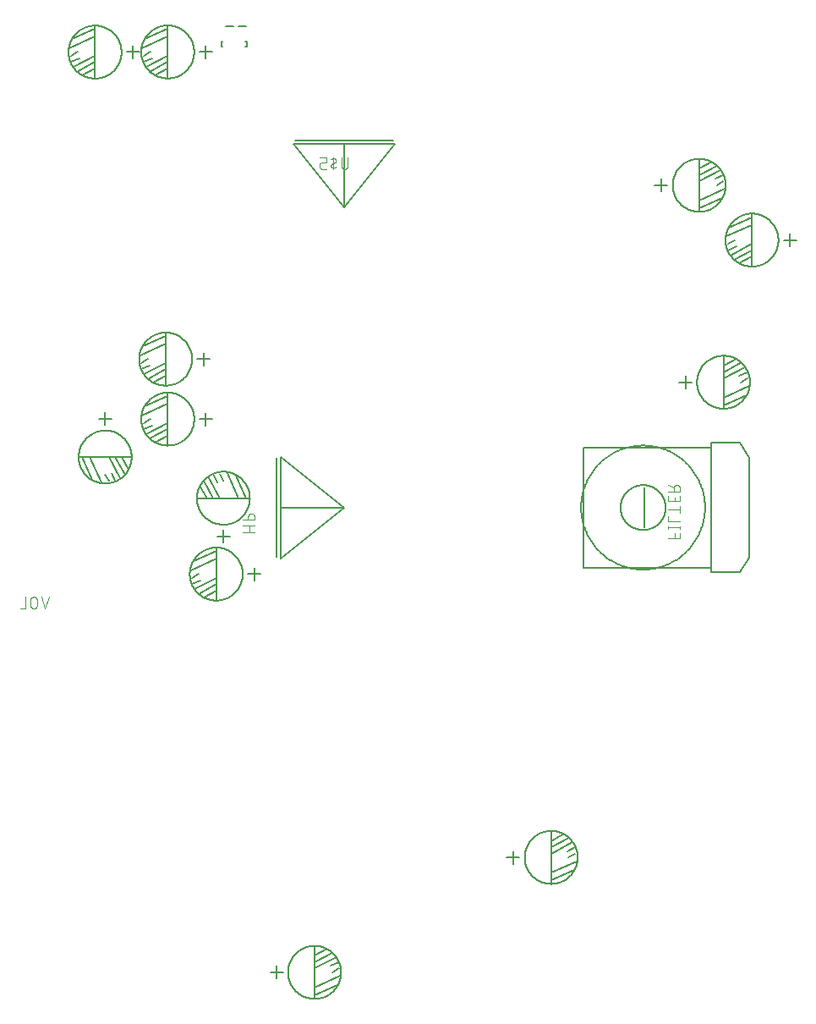
<source format=gbr>
G04 EAGLE Gerber X2 export*
%TF.Part,Single*%
%TF.FileFunction,Legend,Bot,1*%
%TF.FilePolarity,Positive*%
%TF.GenerationSoftware,Autodesk,EAGLE,9.2.2*%
%TF.CreationDate,2019-06-08T20:52:32Z*%
G75*
%MOMM*%
%FSLAX34Y34*%
%LPD*%
%INSilkscreen Bottom*%
%AMOC8*
5,1,8,0,0,1.08239X$1,22.5*%
G01*
%ADD10C,0.127000*%
%ADD11C,0.101600*%
%ADD12C,0.152400*%
%ADD13C,0.203200*%
%ADD14C,0.200000*%


D10*
X796051Y635345D02*
X796059Y635995D01*
X796083Y636645D01*
X796123Y637294D01*
X796179Y637942D01*
X796250Y638589D01*
X796338Y639233D01*
X796441Y639875D01*
X796560Y640515D01*
X796695Y641151D01*
X796845Y641784D01*
X797011Y642413D01*
X797192Y643038D01*
X797389Y643658D01*
X797600Y644273D01*
X797827Y644882D01*
X798068Y645486D01*
X798324Y646084D01*
X798595Y646675D01*
X798881Y647260D01*
X799180Y647837D01*
X799494Y648407D01*
X799821Y648969D01*
X800162Y649522D01*
X800517Y650068D01*
X800885Y650604D01*
X801266Y651131D01*
X801660Y651649D01*
X802066Y652156D01*
X802485Y652654D01*
X802916Y653141D01*
X803358Y653618D01*
X803813Y654083D01*
X804278Y654538D01*
X804755Y654980D01*
X805242Y655411D01*
X805740Y655830D01*
X806247Y656236D01*
X806765Y656630D01*
X807292Y657011D01*
X807828Y657379D01*
X808374Y657734D01*
X808927Y658075D01*
X809489Y658402D01*
X810059Y658716D01*
X810636Y659015D01*
X811221Y659301D01*
X811812Y659572D01*
X812410Y659828D01*
X813014Y660069D01*
X813623Y660296D01*
X814238Y660507D01*
X814858Y660704D01*
X815483Y660885D01*
X816112Y661051D01*
X816745Y661201D01*
X817381Y661336D01*
X818021Y661455D01*
X818663Y661558D01*
X819307Y661646D01*
X819954Y661717D01*
X820602Y661773D01*
X821251Y661813D01*
X821901Y661837D01*
X822551Y661845D01*
X823201Y661837D01*
X823851Y661813D01*
X824500Y661773D01*
X825148Y661717D01*
X825795Y661646D01*
X826439Y661558D01*
X827081Y661455D01*
X827721Y661336D01*
X828357Y661201D01*
X828990Y661051D01*
X829619Y660885D01*
X830244Y660704D01*
X830864Y660507D01*
X831479Y660296D01*
X832088Y660069D01*
X832692Y659828D01*
X833290Y659572D01*
X833881Y659301D01*
X834466Y659015D01*
X835043Y658716D01*
X835613Y658402D01*
X836175Y658075D01*
X836728Y657734D01*
X837274Y657379D01*
X837810Y657011D01*
X838337Y656630D01*
X838855Y656236D01*
X839362Y655830D01*
X839860Y655411D01*
X840347Y654980D01*
X840824Y654538D01*
X841289Y654083D01*
X841744Y653618D01*
X842186Y653141D01*
X842617Y652654D01*
X843036Y652156D01*
X843442Y651649D01*
X843836Y651131D01*
X844217Y650604D01*
X844585Y650068D01*
X844940Y649522D01*
X845281Y648969D01*
X845608Y648407D01*
X845922Y647837D01*
X846221Y647260D01*
X846507Y646675D01*
X846778Y646084D01*
X847034Y645486D01*
X847275Y644882D01*
X847502Y644273D01*
X847713Y643658D01*
X847910Y643038D01*
X848091Y642413D01*
X848257Y641784D01*
X848407Y641151D01*
X848542Y640515D01*
X848661Y639875D01*
X848764Y639233D01*
X848852Y638589D01*
X848923Y637942D01*
X848979Y637294D01*
X849019Y636645D01*
X849043Y635995D01*
X849051Y635345D01*
X849043Y634695D01*
X849019Y634045D01*
X848979Y633396D01*
X848923Y632748D01*
X848852Y632101D01*
X848764Y631457D01*
X848661Y630815D01*
X848542Y630175D01*
X848407Y629539D01*
X848257Y628906D01*
X848091Y628277D01*
X847910Y627652D01*
X847713Y627032D01*
X847502Y626417D01*
X847275Y625808D01*
X847034Y625204D01*
X846778Y624606D01*
X846507Y624015D01*
X846221Y623430D01*
X845922Y622853D01*
X845608Y622283D01*
X845281Y621721D01*
X844940Y621168D01*
X844585Y620622D01*
X844217Y620086D01*
X843836Y619559D01*
X843442Y619041D01*
X843036Y618534D01*
X842617Y618036D01*
X842186Y617549D01*
X841744Y617072D01*
X841289Y616607D01*
X840824Y616152D01*
X840347Y615710D01*
X839860Y615279D01*
X839362Y614860D01*
X838855Y614454D01*
X838337Y614060D01*
X837810Y613679D01*
X837274Y613311D01*
X836728Y612956D01*
X836175Y612615D01*
X835613Y612288D01*
X835043Y611974D01*
X834466Y611675D01*
X833881Y611389D01*
X833290Y611118D01*
X832692Y610862D01*
X832088Y610621D01*
X831479Y610394D01*
X830864Y610183D01*
X830244Y609986D01*
X829619Y609805D01*
X828990Y609639D01*
X828357Y609489D01*
X827721Y609354D01*
X827081Y609235D01*
X826439Y609132D01*
X825795Y609044D01*
X825148Y608973D01*
X824500Y608917D01*
X823851Y608877D01*
X823201Y608853D01*
X822551Y608845D01*
X821901Y608853D01*
X821251Y608877D01*
X820602Y608917D01*
X819954Y608973D01*
X819307Y609044D01*
X818663Y609132D01*
X818021Y609235D01*
X817381Y609354D01*
X816745Y609489D01*
X816112Y609639D01*
X815483Y609805D01*
X814858Y609986D01*
X814238Y610183D01*
X813623Y610394D01*
X813014Y610621D01*
X812410Y610862D01*
X811812Y611118D01*
X811221Y611389D01*
X810636Y611675D01*
X810059Y611974D01*
X809489Y612288D01*
X808927Y612615D01*
X808374Y612956D01*
X807828Y613311D01*
X807292Y613679D01*
X806765Y614060D01*
X806247Y614454D01*
X805740Y614860D01*
X805242Y615279D01*
X804755Y615710D01*
X804278Y616152D01*
X803813Y616607D01*
X803358Y617072D01*
X802916Y617549D01*
X802485Y618036D01*
X802066Y618534D01*
X801660Y619041D01*
X801266Y619559D01*
X800885Y620086D01*
X800517Y620622D01*
X800162Y621168D01*
X799821Y621721D01*
X799494Y622283D01*
X799180Y622853D01*
X798881Y623430D01*
X798595Y624015D01*
X798324Y624606D01*
X798068Y625204D01*
X797827Y625808D01*
X797600Y626417D01*
X797389Y627032D01*
X797192Y627652D01*
X797011Y628277D01*
X796845Y628906D01*
X796695Y629539D01*
X796560Y630175D01*
X796441Y630815D01*
X796338Y631457D01*
X796250Y632101D01*
X796179Y632748D01*
X796123Y633396D01*
X796083Y634045D01*
X796059Y634695D01*
X796051Y635345D01*
X784451Y635345D02*
X778101Y635345D01*
X784451Y635345D02*
X790801Y635345D01*
X784451Y635345D02*
X784451Y641695D01*
X784451Y635345D02*
X784451Y628995D01*
X822551Y651855D02*
X822551Y662015D01*
X822551Y651855D02*
X822551Y645505D01*
X822551Y639155D01*
X822551Y620105D01*
X822551Y612485D01*
X822551Y608675D01*
X822551Y612485D02*
X845411Y622645D01*
X847951Y631535D02*
X822551Y620105D01*
X838426Y641695D02*
X846681Y645505D01*
X844141Y650585D02*
X822551Y639155D01*
X822551Y645505D02*
X840331Y655030D01*
X835251Y658840D02*
X822551Y651855D01*
X840051Y635345D02*
X846681Y639155D01*
X237439Y658477D02*
X237447Y659127D01*
X237471Y659777D01*
X237511Y660426D01*
X237567Y661074D01*
X237638Y661721D01*
X237726Y662365D01*
X237829Y663007D01*
X237948Y663647D01*
X238083Y664283D01*
X238233Y664916D01*
X238399Y665545D01*
X238580Y666170D01*
X238777Y666790D01*
X238988Y667405D01*
X239215Y668014D01*
X239456Y668618D01*
X239712Y669216D01*
X239983Y669807D01*
X240269Y670392D01*
X240568Y670969D01*
X240882Y671539D01*
X241209Y672101D01*
X241550Y672654D01*
X241905Y673200D01*
X242273Y673736D01*
X242654Y674263D01*
X243048Y674781D01*
X243454Y675288D01*
X243873Y675786D01*
X244304Y676273D01*
X244746Y676750D01*
X245201Y677215D01*
X245666Y677670D01*
X246143Y678112D01*
X246630Y678543D01*
X247128Y678962D01*
X247635Y679368D01*
X248153Y679762D01*
X248680Y680143D01*
X249216Y680511D01*
X249762Y680866D01*
X250315Y681207D01*
X250877Y681534D01*
X251447Y681848D01*
X252024Y682147D01*
X252609Y682433D01*
X253200Y682704D01*
X253798Y682960D01*
X254402Y683201D01*
X255011Y683428D01*
X255626Y683639D01*
X256246Y683836D01*
X256871Y684017D01*
X257500Y684183D01*
X258133Y684333D01*
X258769Y684468D01*
X259409Y684587D01*
X260051Y684690D01*
X260695Y684778D01*
X261342Y684849D01*
X261990Y684905D01*
X262639Y684945D01*
X263289Y684969D01*
X263939Y684977D01*
X264589Y684969D01*
X265239Y684945D01*
X265888Y684905D01*
X266536Y684849D01*
X267183Y684778D01*
X267827Y684690D01*
X268469Y684587D01*
X269109Y684468D01*
X269745Y684333D01*
X270378Y684183D01*
X271007Y684017D01*
X271632Y683836D01*
X272252Y683639D01*
X272867Y683428D01*
X273476Y683201D01*
X274080Y682960D01*
X274678Y682704D01*
X275269Y682433D01*
X275854Y682147D01*
X276431Y681848D01*
X277001Y681534D01*
X277563Y681207D01*
X278116Y680866D01*
X278662Y680511D01*
X279198Y680143D01*
X279725Y679762D01*
X280243Y679368D01*
X280750Y678962D01*
X281248Y678543D01*
X281735Y678112D01*
X282212Y677670D01*
X282677Y677215D01*
X283132Y676750D01*
X283574Y676273D01*
X284005Y675786D01*
X284424Y675288D01*
X284830Y674781D01*
X285224Y674263D01*
X285605Y673736D01*
X285973Y673200D01*
X286328Y672654D01*
X286669Y672101D01*
X286996Y671539D01*
X287310Y670969D01*
X287609Y670392D01*
X287895Y669807D01*
X288166Y669216D01*
X288422Y668618D01*
X288663Y668014D01*
X288890Y667405D01*
X289101Y666790D01*
X289298Y666170D01*
X289479Y665545D01*
X289645Y664916D01*
X289795Y664283D01*
X289930Y663647D01*
X290049Y663007D01*
X290152Y662365D01*
X290240Y661721D01*
X290311Y661074D01*
X290367Y660426D01*
X290407Y659777D01*
X290431Y659127D01*
X290439Y658477D01*
X290431Y657827D01*
X290407Y657177D01*
X290367Y656528D01*
X290311Y655880D01*
X290240Y655233D01*
X290152Y654589D01*
X290049Y653947D01*
X289930Y653307D01*
X289795Y652671D01*
X289645Y652038D01*
X289479Y651409D01*
X289298Y650784D01*
X289101Y650164D01*
X288890Y649549D01*
X288663Y648940D01*
X288422Y648336D01*
X288166Y647738D01*
X287895Y647147D01*
X287609Y646562D01*
X287310Y645985D01*
X286996Y645415D01*
X286669Y644853D01*
X286328Y644300D01*
X285973Y643754D01*
X285605Y643218D01*
X285224Y642691D01*
X284830Y642173D01*
X284424Y641666D01*
X284005Y641168D01*
X283574Y640681D01*
X283132Y640204D01*
X282677Y639739D01*
X282212Y639284D01*
X281735Y638842D01*
X281248Y638411D01*
X280750Y637992D01*
X280243Y637586D01*
X279725Y637192D01*
X279198Y636811D01*
X278662Y636443D01*
X278116Y636088D01*
X277563Y635747D01*
X277001Y635420D01*
X276431Y635106D01*
X275854Y634807D01*
X275269Y634521D01*
X274678Y634250D01*
X274080Y633994D01*
X273476Y633753D01*
X272867Y633526D01*
X272252Y633315D01*
X271632Y633118D01*
X271007Y632937D01*
X270378Y632771D01*
X269745Y632621D01*
X269109Y632486D01*
X268469Y632367D01*
X267827Y632264D01*
X267183Y632176D01*
X266536Y632105D01*
X265888Y632049D01*
X265239Y632009D01*
X264589Y631985D01*
X263939Y631977D01*
X263289Y631985D01*
X262639Y632009D01*
X261990Y632049D01*
X261342Y632105D01*
X260695Y632176D01*
X260051Y632264D01*
X259409Y632367D01*
X258769Y632486D01*
X258133Y632621D01*
X257500Y632771D01*
X256871Y632937D01*
X256246Y633118D01*
X255626Y633315D01*
X255011Y633526D01*
X254402Y633753D01*
X253798Y633994D01*
X253200Y634250D01*
X252609Y634521D01*
X252024Y634807D01*
X251447Y635106D01*
X250877Y635420D01*
X250315Y635747D01*
X249762Y636088D01*
X249216Y636443D01*
X248680Y636811D01*
X248153Y637192D01*
X247635Y637586D01*
X247128Y637992D01*
X246630Y638411D01*
X246143Y638842D01*
X245666Y639284D01*
X245201Y639739D01*
X244746Y640204D01*
X244304Y640681D01*
X243873Y641168D01*
X243454Y641666D01*
X243048Y642173D01*
X242654Y642691D01*
X242273Y643218D01*
X241905Y643754D01*
X241550Y644300D01*
X241209Y644853D01*
X240882Y645415D01*
X240568Y645985D01*
X240269Y646562D01*
X239983Y647147D01*
X239712Y647738D01*
X239456Y648336D01*
X239215Y648940D01*
X238988Y649549D01*
X238777Y650164D01*
X238580Y650784D01*
X238399Y651409D01*
X238233Y652038D01*
X238083Y652671D01*
X237948Y653307D01*
X237829Y653947D01*
X237726Y654589D01*
X237638Y655233D01*
X237567Y655880D01*
X237511Y656528D01*
X237471Y657177D01*
X237447Y657827D01*
X237439Y658477D01*
X302039Y658477D02*
X308389Y658477D01*
X302039Y658477D02*
X295689Y658477D01*
X302039Y658477D02*
X302039Y652127D01*
X302039Y658477D02*
X302039Y664827D01*
X263939Y641967D02*
X263939Y631807D01*
X263939Y641967D02*
X263939Y648317D01*
X263939Y654667D01*
X263939Y673717D01*
X263939Y681337D01*
X263939Y685147D01*
X263939Y681337D02*
X241079Y671177D01*
X238539Y662287D02*
X263939Y673717D01*
X248064Y652127D02*
X239809Y648317D01*
X242349Y643237D02*
X263939Y654667D01*
X263939Y648317D02*
X246159Y638792D01*
X251239Y634982D02*
X263939Y641967D01*
X246439Y658477D02*
X239809Y654667D01*
X295294Y519377D02*
X295302Y520027D01*
X295326Y520677D01*
X295366Y521326D01*
X295422Y521974D01*
X295493Y522621D01*
X295581Y523265D01*
X295684Y523907D01*
X295803Y524547D01*
X295938Y525183D01*
X296088Y525816D01*
X296254Y526445D01*
X296435Y527070D01*
X296632Y527690D01*
X296843Y528305D01*
X297070Y528914D01*
X297311Y529518D01*
X297567Y530116D01*
X297838Y530707D01*
X298124Y531292D01*
X298423Y531869D01*
X298737Y532439D01*
X299064Y533001D01*
X299405Y533554D01*
X299760Y534100D01*
X300128Y534636D01*
X300509Y535163D01*
X300903Y535681D01*
X301309Y536188D01*
X301728Y536686D01*
X302159Y537173D01*
X302601Y537650D01*
X303056Y538115D01*
X303521Y538570D01*
X303998Y539012D01*
X304485Y539443D01*
X304983Y539862D01*
X305490Y540268D01*
X306008Y540662D01*
X306535Y541043D01*
X307071Y541411D01*
X307617Y541766D01*
X308170Y542107D01*
X308732Y542434D01*
X309302Y542748D01*
X309879Y543047D01*
X310464Y543333D01*
X311055Y543604D01*
X311653Y543860D01*
X312257Y544101D01*
X312866Y544328D01*
X313481Y544539D01*
X314101Y544736D01*
X314726Y544917D01*
X315355Y545083D01*
X315988Y545233D01*
X316624Y545368D01*
X317264Y545487D01*
X317906Y545590D01*
X318550Y545678D01*
X319197Y545749D01*
X319845Y545805D01*
X320494Y545845D01*
X321144Y545869D01*
X321794Y545877D01*
X322444Y545869D01*
X323094Y545845D01*
X323743Y545805D01*
X324391Y545749D01*
X325038Y545678D01*
X325682Y545590D01*
X326324Y545487D01*
X326964Y545368D01*
X327600Y545233D01*
X328233Y545083D01*
X328862Y544917D01*
X329487Y544736D01*
X330107Y544539D01*
X330722Y544328D01*
X331331Y544101D01*
X331935Y543860D01*
X332533Y543604D01*
X333124Y543333D01*
X333709Y543047D01*
X334286Y542748D01*
X334856Y542434D01*
X335418Y542107D01*
X335971Y541766D01*
X336517Y541411D01*
X337053Y541043D01*
X337580Y540662D01*
X338098Y540268D01*
X338605Y539862D01*
X339103Y539443D01*
X339590Y539012D01*
X340067Y538570D01*
X340532Y538115D01*
X340987Y537650D01*
X341429Y537173D01*
X341860Y536686D01*
X342279Y536188D01*
X342685Y535681D01*
X343079Y535163D01*
X343460Y534636D01*
X343828Y534100D01*
X344183Y533554D01*
X344524Y533001D01*
X344851Y532439D01*
X345165Y531869D01*
X345464Y531292D01*
X345750Y530707D01*
X346021Y530116D01*
X346277Y529518D01*
X346518Y528914D01*
X346745Y528305D01*
X346956Y527690D01*
X347153Y527070D01*
X347334Y526445D01*
X347500Y525816D01*
X347650Y525183D01*
X347785Y524547D01*
X347904Y523907D01*
X348007Y523265D01*
X348095Y522621D01*
X348166Y521974D01*
X348222Y521326D01*
X348262Y520677D01*
X348286Y520027D01*
X348294Y519377D01*
X348286Y518727D01*
X348262Y518077D01*
X348222Y517428D01*
X348166Y516780D01*
X348095Y516133D01*
X348007Y515489D01*
X347904Y514847D01*
X347785Y514207D01*
X347650Y513571D01*
X347500Y512938D01*
X347334Y512309D01*
X347153Y511684D01*
X346956Y511064D01*
X346745Y510449D01*
X346518Y509840D01*
X346277Y509236D01*
X346021Y508638D01*
X345750Y508047D01*
X345464Y507462D01*
X345165Y506885D01*
X344851Y506315D01*
X344524Y505753D01*
X344183Y505200D01*
X343828Y504654D01*
X343460Y504118D01*
X343079Y503591D01*
X342685Y503073D01*
X342279Y502566D01*
X341860Y502068D01*
X341429Y501581D01*
X340987Y501104D01*
X340532Y500639D01*
X340067Y500184D01*
X339590Y499742D01*
X339103Y499311D01*
X338605Y498892D01*
X338098Y498486D01*
X337580Y498092D01*
X337053Y497711D01*
X336517Y497343D01*
X335971Y496988D01*
X335418Y496647D01*
X334856Y496320D01*
X334286Y496006D01*
X333709Y495707D01*
X333124Y495421D01*
X332533Y495150D01*
X331935Y494894D01*
X331331Y494653D01*
X330722Y494426D01*
X330107Y494215D01*
X329487Y494018D01*
X328862Y493837D01*
X328233Y493671D01*
X327600Y493521D01*
X326964Y493386D01*
X326324Y493267D01*
X325682Y493164D01*
X325038Y493076D01*
X324391Y493005D01*
X323743Y492949D01*
X323094Y492909D01*
X322444Y492885D01*
X321794Y492877D01*
X321144Y492885D01*
X320494Y492909D01*
X319845Y492949D01*
X319197Y493005D01*
X318550Y493076D01*
X317906Y493164D01*
X317264Y493267D01*
X316624Y493386D01*
X315988Y493521D01*
X315355Y493671D01*
X314726Y493837D01*
X314101Y494018D01*
X313481Y494215D01*
X312866Y494426D01*
X312257Y494653D01*
X311653Y494894D01*
X311055Y495150D01*
X310464Y495421D01*
X309879Y495707D01*
X309302Y496006D01*
X308732Y496320D01*
X308170Y496647D01*
X307617Y496988D01*
X307071Y497343D01*
X306535Y497711D01*
X306008Y498092D01*
X305490Y498486D01*
X304983Y498892D01*
X304485Y499311D01*
X303998Y499742D01*
X303521Y500184D01*
X303056Y500639D01*
X302601Y501104D01*
X302159Y501581D01*
X301728Y502068D01*
X301309Y502566D01*
X300903Y503073D01*
X300509Y503591D01*
X300128Y504118D01*
X299760Y504654D01*
X299405Y505200D01*
X299064Y505753D01*
X298737Y506315D01*
X298423Y506885D01*
X298124Y507462D01*
X297838Y508047D01*
X297567Y508638D01*
X297311Y509236D01*
X297070Y509840D01*
X296843Y510449D01*
X296632Y511064D01*
X296435Y511684D01*
X296254Y512309D01*
X296088Y512938D01*
X295938Y513571D01*
X295803Y514207D01*
X295684Y514847D01*
X295581Y515489D01*
X295493Y516133D01*
X295422Y516780D01*
X295366Y517428D01*
X295326Y518077D01*
X295302Y518727D01*
X295294Y519377D01*
X321794Y481277D02*
X321794Y474927D01*
X321794Y481277D02*
X321794Y487627D01*
X321794Y481277D02*
X315444Y481277D01*
X321794Y481277D02*
X328144Y481277D01*
X305284Y519377D02*
X295124Y519377D01*
X305284Y519377D02*
X311634Y519377D01*
X317984Y519377D01*
X337034Y519377D01*
X344654Y519377D01*
X348464Y519377D01*
X344654Y519377D02*
X334494Y542237D01*
X325604Y544777D02*
X337034Y519377D01*
X315444Y535252D02*
X311634Y543507D01*
X306554Y540967D02*
X317984Y519377D01*
X311634Y519377D02*
X302109Y537157D01*
X298299Y532077D02*
X305284Y519377D01*
X321794Y536877D02*
X317984Y543507D01*
X771682Y832407D02*
X771690Y833057D01*
X771714Y833707D01*
X771754Y834356D01*
X771810Y835004D01*
X771881Y835651D01*
X771969Y836295D01*
X772072Y836937D01*
X772191Y837577D01*
X772326Y838213D01*
X772476Y838846D01*
X772642Y839475D01*
X772823Y840100D01*
X773020Y840720D01*
X773231Y841335D01*
X773458Y841944D01*
X773699Y842548D01*
X773955Y843146D01*
X774226Y843737D01*
X774512Y844322D01*
X774811Y844899D01*
X775125Y845469D01*
X775452Y846031D01*
X775793Y846584D01*
X776148Y847130D01*
X776516Y847666D01*
X776897Y848193D01*
X777291Y848711D01*
X777697Y849218D01*
X778116Y849716D01*
X778547Y850203D01*
X778989Y850680D01*
X779444Y851145D01*
X779909Y851600D01*
X780386Y852042D01*
X780873Y852473D01*
X781371Y852892D01*
X781878Y853298D01*
X782396Y853692D01*
X782923Y854073D01*
X783459Y854441D01*
X784005Y854796D01*
X784558Y855137D01*
X785120Y855464D01*
X785690Y855778D01*
X786267Y856077D01*
X786852Y856363D01*
X787443Y856634D01*
X788041Y856890D01*
X788645Y857131D01*
X789254Y857358D01*
X789869Y857569D01*
X790489Y857766D01*
X791114Y857947D01*
X791743Y858113D01*
X792376Y858263D01*
X793012Y858398D01*
X793652Y858517D01*
X794294Y858620D01*
X794938Y858708D01*
X795585Y858779D01*
X796233Y858835D01*
X796882Y858875D01*
X797532Y858899D01*
X798182Y858907D01*
X798832Y858899D01*
X799482Y858875D01*
X800131Y858835D01*
X800779Y858779D01*
X801426Y858708D01*
X802070Y858620D01*
X802712Y858517D01*
X803352Y858398D01*
X803988Y858263D01*
X804621Y858113D01*
X805250Y857947D01*
X805875Y857766D01*
X806495Y857569D01*
X807110Y857358D01*
X807719Y857131D01*
X808323Y856890D01*
X808921Y856634D01*
X809512Y856363D01*
X810097Y856077D01*
X810674Y855778D01*
X811244Y855464D01*
X811806Y855137D01*
X812359Y854796D01*
X812905Y854441D01*
X813441Y854073D01*
X813968Y853692D01*
X814486Y853298D01*
X814993Y852892D01*
X815491Y852473D01*
X815978Y852042D01*
X816455Y851600D01*
X816920Y851145D01*
X817375Y850680D01*
X817817Y850203D01*
X818248Y849716D01*
X818667Y849218D01*
X819073Y848711D01*
X819467Y848193D01*
X819848Y847666D01*
X820216Y847130D01*
X820571Y846584D01*
X820912Y846031D01*
X821239Y845469D01*
X821553Y844899D01*
X821852Y844322D01*
X822138Y843737D01*
X822409Y843146D01*
X822665Y842548D01*
X822906Y841944D01*
X823133Y841335D01*
X823344Y840720D01*
X823541Y840100D01*
X823722Y839475D01*
X823888Y838846D01*
X824038Y838213D01*
X824173Y837577D01*
X824292Y836937D01*
X824395Y836295D01*
X824483Y835651D01*
X824554Y835004D01*
X824610Y834356D01*
X824650Y833707D01*
X824674Y833057D01*
X824682Y832407D01*
X824674Y831757D01*
X824650Y831107D01*
X824610Y830458D01*
X824554Y829810D01*
X824483Y829163D01*
X824395Y828519D01*
X824292Y827877D01*
X824173Y827237D01*
X824038Y826601D01*
X823888Y825968D01*
X823722Y825339D01*
X823541Y824714D01*
X823344Y824094D01*
X823133Y823479D01*
X822906Y822870D01*
X822665Y822266D01*
X822409Y821668D01*
X822138Y821077D01*
X821852Y820492D01*
X821553Y819915D01*
X821239Y819345D01*
X820912Y818783D01*
X820571Y818230D01*
X820216Y817684D01*
X819848Y817148D01*
X819467Y816621D01*
X819073Y816103D01*
X818667Y815596D01*
X818248Y815098D01*
X817817Y814611D01*
X817375Y814134D01*
X816920Y813669D01*
X816455Y813214D01*
X815978Y812772D01*
X815491Y812341D01*
X814993Y811922D01*
X814486Y811516D01*
X813968Y811122D01*
X813441Y810741D01*
X812905Y810373D01*
X812359Y810018D01*
X811806Y809677D01*
X811244Y809350D01*
X810674Y809036D01*
X810097Y808737D01*
X809512Y808451D01*
X808921Y808180D01*
X808323Y807924D01*
X807719Y807683D01*
X807110Y807456D01*
X806495Y807245D01*
X805875Y807048D01*
X805250Y806867D01*
X804621Y806701D01*
X803988Y806551D01*
X803352Y806416D01*
X802712Y806297D01*
X802070Y806194D01*
X801426Y806106D01*
X800779Y806035D01*
X800131Y805979D01*
X799482Y805939D01*
X798832Y805915D01*
X798182Y805907D01*
X797532Y805915D01*
X796882Y805939D01*
X796233Y805979D01*
X795585Y806035D01*
X794938Y806106D01*
X794294Y806194D01*
X793652Y806297D01*
X793012Y806416D01*
X792376Y806551D01*
X791743Y806701D01*
X791114Y806867D01*
X790489Y807048D01*
X789869Y807245D01*
X789254Y807456D01*
X788645Y807683D01*
X788041Y807924D01*
X787443Y808180D01*
X786852Y808451D01*
X786267Y808737D01*
X785690Y809036D01*
X785120Y809350D01*
X784558Y809677D01*
X784005Y810018D01*
X783459Y810373D01*
X782923Y810741D01*
X782396Y811122D01*
X781878Y811516D01*
X781371Y811922D01*
X780873Y812341D01*
X780386Y812772D01*
X779909Y813214D01*
X779444Y813669D01*
X778989Y814134D01*
X778547Y814611D01*
X778116Y815098D01*
X777697Y815596D01*
X777291Y816103D01*
X776897Y816621D01*
X776516Y817148D01*
X776148Y817684D01*
X775793Y818230D01*
X775452Y818783D01*
X775125Y819345D01*
X774811Y819915D01*
X774512Y820492D01*
X774226Y821077D01*
X773955Y821668D01*
X773699Y822266D01*
X773458Y822870D01*
X773231Y823479D01*
X773020Y824094D01*
X772823Y824714D01*
X772642Y825339D01*
X772476Y825968D01*
X772326Y826601D01*
X772191Y827237D01*
X772072Y827877D01*
X771969Y828519D01*
X771881Y829163D01*
X771810Y829810D01*
X771754Y830458D01*
X771714Y831107D01*
X771690Y831757D01*
X771682Y832407D01*
X760082Y832407D02*
X753732Y832407D01*
X760082Y832407D02*
X766432Y832407D01*
X760082Y832407D02*
X760082Y838757D01*
X760082Y832407D02*
X760082Y826057D01*
X798182Y848917D02*
X798182Y859077D01*
X798182Y848917D02*
X798182Y842567D01*
X798182Y836217D01*
X798182Y817167D01*
X798182Y809547D01*
X798182Y805737D01*
X798182Y809547D02*
X821042Y819707D01*
X823582Y828597D02*
X798182Y817167D01*
X814057Y838757D02*
X822312Y842567D01*
X819772Y847647D02*
X798182Y836217D01*
X798182Y842567D02*
X815962Y852092D01*
X810882Y855902D02*
X798182Y848917D01*
X815682Y832407D02*
X822312Y836217D01*
X824571Y777583D02*
X824579Y778233D01*
X824603Y778883D01*
X824643Y779532D01*
X824699Y780180D01*
X824770Y780827D01*
X824858Y781471D01*
X824961Y782113D01*
X825080Y782753D01*
X825215Y783389D01*
X825365Y784022D01*
X825531Y784651D01*
X825712Y785276D01*
X825909Y785896D01*
X826120Y786511D01*
X826347Y787120D01*
X826588Y787724D01*
X826844Y788322D01*
X827115Y788913D01*
X827401Y789498D01*
X827700Y790075D01*
X828014Y790645D01*
X828341Y791207D01*
X828682Y791760D01*
X829037Y792306D01*
X829405Y792842D01*
X829786Y793369D01*
X830180Y793887D01*
X830586Y794394D01*
X831005Y794892D01*
X831436Y795379D01*
X831878Y795856D01*
X832333Y796321D01*
X832798Y796776D01*
X833275Y797218D01*
X833762Y797649D01*
X834260Y798068D01*
X834767Y798474D01*
X835285Y798868D01*
X835812Y799249D01*
X836348Y799617D01*
X836894Y799972D01*
X837447Y800313D01*
X838009Y800640D01*
X838579Y800954D01*
X839156Y801253D01*
X839741Y801539D01*
X840332Y801810D01*
X840930Y802066D01*
X841534Y802307D01*
X842143Y802534D01*
X842758Y802745D01*
X843378Y802942D01*
X844003Y803123D01*
X844632Y803289D01*
X845265Y803439D01*
X845901Y803574D01*
X846541Y803693D01*
X847183Y803796D01*
X847827Y803884D01*
X848474Y803955D01*
X849122Y804011D01*
X849771Y804051D01*
X850421Y804075D01*
X851071Y804083D01*
X851721Y804075D01*
X852371Y804051D01*
X853020Y804011D01*
X853668Y803955D01*
X854315Y803884D01*
X854959Y803796D01*
X855601Y803693D01*
X856241Y803574D01*
X856877Y803439D01*
X857510Y803289D01*
X858139Y803123D01*
X858764Y802942D01*
X859384Y802745D01*
X859999Y802534D01*
X860608Y802307D01*
X861212Y802066D01*
X861810Y801810D01*
X862401Y801539D01*
X862986Y801253D01*
X863563Y800954D01*
X864133Y800640D01*
X864695Y800313D01*
X865248Y799972D01*
X865794Y799617D01*
X866330Y799249D01*
X866857Y798868D01*
X867375Y798474D01*
X867882Y798068D01*
X868380Y797649D01*
X868867Y797218D01*
X869344Y796776D01*
X869809Y796321D01*
X870264Y795856D01*
X870706Y795379D01*
X871137Y794892D01*
X871556Y794394D01*
X871962Y793887D01*
X872356Y793369D01*
X872737Y792842D01*
X873105Y792306D01*
X873460Y791760D01*
X873801Y791207D01*
X874128Y790645D01*
X874442Y790075D01*
X874741Y789498D01*
X875027Y788913D01*
X875298Y788322D01*
X875554Y787724D01*
X875795Y787120D01*
X876022Y786511D01*
X876233Y785896D01*
X876430Y785276D01*
X876611Y784651D01*
X876777Y784022D01*
X876927Y783389D01*
X877062Y782753D01*
X877181Y782113D01*
X877284Y781471D01*
X877372Y780827D01*
X877443Y780180D01*
X877499Y779532D01*
X877539Y778883D01*
X877563Y778233D01*
X877571Y777583D01*
X877563Y776933D01*
X877539Y776283D01*
X877499Y775634D01*
X877443Y774986D01*
X877372Y774339D01*
X877284Y773695D01*
X877181Y773053D01*
X877062Y772413D01*
X876927Y771777D01*
X876777Y771144D01*
X876611Y770515D01*
X876430Y769890D01*
X876233Y769270D01*
X876022Y768655D01*
X875795Y768046D01*
X875554Y767442D01*
X875298Y766844D01*
X875027Y766253D01*
X874741Y765668D01*
X874442Y765091D01*
X874128Y764521D01*
X873801Y763959D01*
X873460Y763406D01*
X873105Y762860D01*
X872737Y762324D01*
X872356Y761797D01*
X871962Y761279D01*
X871556Y760772D01*
X871137Y760274D01*
X870706Y759787D01*
X870264Y759310D01*
X869809Y758845D01*
X869344Y758390D01*
X868867Y757948D01*
X868380Y757517D01*
X867882Y757098D01*
X867375Y756692D01*
X866857Y756298D01*
X866330Y755917D01*
X865794Y755549D01*
X865248Y755194D01*
X864695Y754853D01*
X864133Y754526D01*
X863563Y754212D01*
X862986Y753913D01*
X862401Y753627D01*
X861810Y753356D01*
X861212Y753100D01*
X860608Y752859D01*
X859999Y752632D01*
X859384Y752421D01*
X858764Y752224D01*
X858139Y752043D01*
X857510Y751877D01*
X856877Y751727D01*
X856241Y751592D01*
X855601Y751473D01*
X854959Y751370D01*
X854315Y751282D01*
X853668Y751211D01*
X853020Y751155D01*
X852371Y751115D01*
X851721Y751091D01*
X851071Y751083D01*
X850421Y751091D01*
X849771Y751115D01*
X849122Y751155D01*
X848474Y751211D01*
X847827Y751282D01*
X847183Y751370D01*
X846541Y751473D01*
X845901Y751592D01*
X845265Y751727D01*
X844632Y751877D01*
X844003Y752043D01*
X843378Y752224D01*
X842758Y752421D01*
X842143Y752632D01*
X841534Y752859D01*
X840930Y753100D01*
X840332Y753356D01*
X839741Y753627D01*
X839156Y753913D01*
X838579Y754212D01*
X838009Y754526D01*
X837447Y754853D01*
X836894Y755194D01*
X836348Y755549D01*
X835812Y755917D01*
X835285Y756298D01*
X834767Y756692D01*
X834260Y757098D01*
X833762Y757517D01*
X833275Y757948D01*
X832798Y758390D01*
X832333Y758845D01*
X831878Y759310D01*
X831436Y759787D01*
X831005Y760274D01*
X830586Y760772D01*
X830180Y761279D01*
X829786Y761797D01*
X829405Y762324D01*
X829037Y762860D01*
X828682Y763406D01*
X828341Y763959D01*
X828014Y764521D01*
X827700Y765091D01*
X827401Y765668D01*
X827115Y766253D01*
X826844Y766844D01*
X826588Y767442D01*
X826347Y768046D01*
X826120Y768655D01*
X825909Y769270D01*
X825712Y769890D01*
X825531Y770515D01*
X825365Y771144D01*
X825215Y771777D01*
X825080Y772413D01*
X824961Y773053D01*
X824858Y773695D01*
X824770Y774339D01*
X824699Y774986D01*
X824643Y775634D01*
X824603Y776283D01*
X824579Y776933D01*
X824571Y777583D01*
X889171Y777583D02*
X895521Y777583D01*
X889171Y777583D02*
X882821Y777583D01*
X889171Y777583D02*
X889171Y771233D01*
X889171Y777583D02*
X889171Y783933D01*
X851071Y761073D02*
X851071Y750913D01*
X851071Y761073D02*
X851071Y767423D01*
X851071Y773773D01*
X851071Y792823D01*
X851071Y800443D01*
X851071Y804253D01*
X851071Y800443D02*
X828211Y790283D01*
X825671Y781393D02*
X851071Y792823D01*
X835196Y771233D02*
X826941Y767423D01*
X829481Y762343D02*
X851071Y773773D01*
X851071Y767423D02*
X833291Y757898D01*
X838371Y754088D02*
X851071Y761073D01*
X833571Y777583D02*
X826941Y773773D01*
X239589Y598484D02*
X239597Y599134D01*
X239621Y599784D01*
X239661Y600433D01*
X239717Y601081D01*
X239788Y601728D01*
X239876Y602372D01*
X239979Y603014D01*
X240098Y603654D01*
X240233Y604290D01*
X240383Y604923D01*
X240549Y605552D01*
X240730Y606177D01*
X240927Y606797D01*
X241138Y607412D01*
X241365Y608021D01*
X241606Y608625D01*
X241862Y609223D01*
X242133Y609814D01*
X242419Y610399D01*
X242718Y610976D01*
X243032Y611546D01*
X243359Y612108D01*
X243700Y612661D01*
X244055Y613207D01*
X244423Y613743D01*
X244804Y614270D01*
X245198Y614788D01*
X245604Y615295D01*
X246023Y615793D01*
X246454Y616280D01*
X246896Y616757D01*
X247351Y617222D01*
X247816Y617677D01*
X248293Y618119D01*
X248780Y618550D01*
X249278Y618969D01*
X249785Y619375D01*
X250303Y619769D01*
X250830Y620150D01*
X251366Y620518D01*
X251912Y620873D01*
X252465Y621214D01*
X253027Y621541D01*
X253597Y621855D01*
X254174Y622154D01*
X254759Y622440D01*
X255350Y622711D01*
X255948Y622967D01*
X256552Y623208D01*
X257161Y623435D01*
X257776Y623646D01*
X258396Y623843D01*
X259021Y624024D01*
X259650Y624190D01*
X260283Y624340D01*
X260919Y624475D01*
X261559Y624594D01*
X262201Y624697D01*
X262845Y624785D01*
X263492Y624856D01*
X264140Y624912D01*
X264789Y624952D01*
X265439Y624976D01*
X266089Y624984D01*
X266739Y624976D01*
X267389Y624952D01*
X268038Y624912D01*
X268686Y624856D01*
X269333Y624785D01*
X269977Y624697D01*
X270619Y624594D01*
X271259Y624475D01*
X271895Y624340D01*
X272528Y624190D01*
X273157Y624024D01*
X273782Y623843D01*
X274402Y623646D01*
X275017Y623435D01*
X275626Y623208D01*
X276230Y622967D01*
X276828Y622711D01*
X277419Y622440D01*
X278004Y622154D01*
X278581Y621855D01*
X279151Y621541D01*
X279713Y621214D01*
X280266Y620873D01*
X280812Y620518D01*
X281348Y620150D01*
X281875Y619769D01*
X282393Y619375D01*
X282900Y618969D01*
X283398Y618550D01*
X283885Y618119D01*
X284362Y617677D01*
X284827Y617222D01*
X285282Y616757D01*
X285724Y616280D01*
X286155Y615793D01*
X286574Y615295D01*
X286980Y614788D01*
X287374Y614270D01*
X287755Y613743D01*
X288123Y613207D01*
X288478Y612661D01*
X288819Y612108D01*
X289146Y611546D01*
X289460Y610976D01*
X289759Y610399D01*
X290045Y609814D01*
X290316Y609223D01*
X290572Y608625D01*
X290813Y608021D01*
X291040Y607412D01*
X291251Y606797D01*
X291448Y606177D01*
X291629Y605552D01*
X291795Y604923D01*
X291945Y604290D01*
X292080Y603654D01*
X292199Y603014D01*
X292302Y602372D01*
X292390Y601728D01*
X292461Y601081D01*
X292517Y600433D01*
X292557Y599784D01*
X292581Y599134D01*
X292589Y598484D01*
X292581Y597834D01*
X292557Y597184D01*
X292517Y596535D01*
X292461Y595887D01*
X292390Y595240D01*
X292302Y594596D01*
X292199Y593954D01*
X292080Y593314D01*
X291945Y592678D01*
X291795Y592045D01*
X291629Y591416D01*
X291448Y590791D01*
X291251Y590171D01*
X291040Y589556D01*
X290813Y588947D01*
X290572Y588343D01*
X290316Y587745D01*
X290045Y587154D01*
X289759Y586569D01*
X289460Y585992D01*
X289146Y585422D01*
X288819Y584860D01*
X288478Y584307D01*
X288123Y583761D01*
X287755Y583225D01*
X287374Y582698D01*
X286980Y582180D01*
X286574Y581673D01*
X286155Y581175D01*
X285724Y580688D01*
X285282Y580211D01*
X284827Y579746D01*
X284362Y579291D01*
X283885Y578849D01*
X283398Y578418D01*
X282900Y577999D01*
X282393Y577593D01*
X281875Y577199D01*
X281348Y576818D01*
X280812Y576450D01*
X280266Y576095D01*
X279713Y575754D01*
X279151Y575427D01*
X278581Y575113D01*
X278004Y574814D01*
X277419Y574528D01*
X276828Y574257D01*
X276230Y574001D01*
X275626Y573760D01*
X275017Y573533D01*
X274402Y573322D01*
X273782Y573125D01*
X273157Y572944D01*
X272528Y572778D01*
X271895Y572628D01*
X271259Y572493D01*
X270619Y572374D01*
X269977Y572271D01*
X269333Y572183D01*
X268686Y572112D01*
X268038Y572056D01*
X267389Y572016D01*
X266739Y571992D01*
X266089Y571984D01*
X265439Y571992D01*
X264789Y572016D01*
X264140Y572056D01*
X263492Y572112D01*
X262845Y572183D01*
X262201Y572271D01*
X261559Y572374D01*
X260919Y572493D01*
X260283Y572628D01*
X259650Y572778D01*
X259021Y572944D01*
X258396Y573125D01*
X257776Y573322D01*
X257161Y573533D01*
X256552Y573760D01*
X255948Y574001D01*
X255350Y574257D01*
X254759Y574528D01*
X254174Y574814D01*
X253597Y575113D01*
X253027Y575427D01*
X252465Y575754D01*
X251912Y576095D01*
X251366Y576450D01*
X250830Y576818D01*
X250303Y577199D01*
X249785Y577593D01*
X249278Y577999D01*
X248780Y578418D01*
X248293Y578849D01*
X247816Y579291D01*
X247351Y579746D01*
X246896Y580211D01*
X246454Y580688D01*
X246023Y581175D01*
X245604Y581673D01*
X245198Y582180D01*
X244804Y582698D01*
X244423Y583225D01*
X244055Y583761D01*
X243700Y584307D01*
X243359Y584860D01*
X243032Y585422D01*
X242718Y585992D01*
X242419Y586569D01*
X242133Y587154D01*
X241862Y587745D01*
X241606Y588343D01*
X241365Y588947D01*
X241138Y589556D01*
X240927Y590171D01*
X240730Y590791D01*
X240549Y591416D01*
X240383Y592045D01*
X240233Y592678D01*
X240098Y593314D01*
X239979Y593954D01*
X239876Y594596D01*
X239788Y595240D01*
X239717Y595887D01*
X239661Y596535D01*
X239621Y597184D01*
X239597Y597834D01*
X239589Y598484D01*
X304189Y598484D02*
X310539Y598484D01*
X304189Y598484D02*
X297839Y598484D01*
X304189Y598484D02*
X304189Y592134D01*
X304189Y598484D02*
X304189Y604834D01*
X266089Y581974D02*
X266089Y571814D01*
X266089Y581974D02*
X266089Y588324D01*
X266089Y594674D01*
X266089Y613724D01*
X266089Y621344D01*
X266089Y625154D01*
X266089Y621344D02*
X243229Y611184D01*
X240689Y602294D02*
X266089Y613724D01*
X250214Y592134D02*
X241959Y588324D01*
X244499Y583244D02*
X266089Y594674D01*
X266089Y588324D02*
X248309Y578799D01*
X253389Y574989D02*
X266089Y581974D01*
X248589Y598484D02*
X241959Y594674D01*
X176925Y560566D02*
X176933Y561216D01*
X176957Y561866D01*
X176997Y562515D01*
X177053Y563163D01*
X177124Y563810D01*
X177212Y564454D01*
X177315Y565096D01*
X177434Y565736D01*
X177569Y566372D01*
X177719Y567005D01*
X177885Y567634D01*
X178066Y568259D01*
X178263Y568879D01*
X178474Y569494D01*
X178701Y570103D01*
X178942Y570707D01*
X179198Y571305D01*
X179469Y571896D01*
X179755Y572481D01*
X180054Y573058D01*
X180368Y573628D01*
X180695Y574190D01*
X181036Y574743D01*
X181391Y575289D01*
X181759Y575825D01*
X182140Y576352D01*
X182534Y576870D01*
X182940Y577377D01*
X183359Y577875D01*
X183790Y578362D01*
X184232Y578839D01*
X184687Y579304D01*
X185152Y579759D01*
X185629Y580201D01*
X186116Y580632D01*
X186614Y581051D01*
X187121Y581457D01*
X187639Y581851D01*
X188166Y582232D01*
X188702Y582600D01*
X189248Y582955D01*
X189801Y583296D01*
X190363Y583623D01*
X190933Y583937D01*
X191510Y584236D01*
X192095Y584522D01*
X192686Y584793D01*
X193284Y585049D01*
X193888Y585290D01*
X194497Y585517D01*
X195112Y585728D01*
X195732Y585925D01*
X196357Y586106D01*
X196986Y586272D01*
X197619Y586422D01*
X198255Y586557D01*
X198895Y586676D01*
X199537Y586779D01*
X200181Y586867D01*
X200828Y586938D01*
X201476Y586994D01*
X202125Y587034D01*
X202775Y587058D01*
X203425Y587066D01*
X204075Y587058D01*
X204725Y587034D01*
X205374Y586994D01*
X206022Y586938D01*
X206669Y586867D01*
X207313Y586779D01*
X207955Y586676D01*
X208595Y586557D01*
X209231Y586422D01*
X209864Y586272D01*
X210493Y586106D01*
X211118Y585925D01*
X211738Y585728D01*
X212353Y585517D01*
X212962Y585290D01*
X213566Y585049D01*
X214164Y584793D01*
X214755Y584522D01*
X215340Y584236D01*
X215917Y583937D01*
X216487Y583623D01*
X217049Y583296D01*
X217602Y582955D01*
X218148Y582600D01*
X218684Y582232D01*
X219211Y581851D01*
X219729Y581457D01*
X220236Y581051D01*
X220734Y580632D01*
X221221Y580201D01*
X221698Y579759D01*
X222163Y579304D01*
X222618Y578839D01*
X223060Y578362D01*
X223491Y577875D01*
X223910Y577377D01*
X224316Y576870D01*
X224710Y576352D01*
X225091Y575825D01*
X225459Y575289D01*
X225814Y574743D01*
X226155Y574190D01*
X226482Y573628D01*
X226796Y573058D01*
X227095Y572481D01*
X227381Y571896D01*
X227652Y571305D01*
X227908Y570707D01*
X228149Y570103D01*
X228376Y569494D01*
X228587Y568879D01*
X228784Y568259D01*
X228965Y567634D01*
X229131Y567005D01*
X229281Y566372D01*
X229416Y565736D01*
X229535Y565096D01*
X229638Y564454D01*
X229726Y563810D01*
X229797Y563163D01*
X229853Y562515D01*
X229893Y561866D01*
X229917Y561216D01*
X229925Y560566D01*
X229917Y559916D01*
X229893Y559266D01*
X229853Y558617D01*
X229797Y557969D01*
X229726Y557322D01*
X229638Y556678D01*
X229535Y556036D01*
X229416Y555396D01*
X229281Y554760D01*
X229131Y554127D01*
X228965Y553498D01*
X228784Y552873D01*
X228587Y552253D01*
X228376Y551638D01*
X228149Y551029D01*
X227908Y550425D01*
X227652Y549827D01*
X227381Y549236D01*
X227095Y548651D01*
X226796Y548074D01*
X226482Y547504D01*
X226155Y546942D01*
X225814Y546389D01*
X225459Y545843D01*
X225091Y545307D01*
X224710Y544780D01*
X224316Y544262D01*
X223910Y543755D01*
X223491Y543257D01*
X223060Y542770D01*
X222618Y542293D01*
X222163Y541828D01*
X221698Y541373D01*
X221221Y540931D01*
X220734Y540500D01*
X220236Y540081D01*
X219729Y539675D01*
X219211Y539281D01*
X218684Y538900D01*
X218148Y538532D01*
X217602Y538177D01*
X217049Y537836D01*
X216487Y537509D01*
X215917Y537195D01*
X215340Y536896D01*
X214755Y536610D01*
X214164Y536339D01*
X213566Y536083D01*
X212962Y535842D01*
X212353Y535615D01*
X211738Y535404D01*
X211118Y535207D01*
X210493Y535026D01*
X209864Y534860D01*
X209231Y534710D01*
X208595Y534575D01*
X207955Y534456D01*
X207313Y534353D01*
X206669Y534265D01*
X206022Y534194D01*
X205374Y534138D01*
X204725Y534098D01*
X204075Y534074D01*
X203425Y534066D01*
X202775Y534074D01*
X202125Y534098D01*
X201476Y534138D01*
X200828Y534194D01*
X200181Y534265D01*
X199537Y534353D01*
X198895Y534456D01*
X198255Y534575D01*
X197619Y534710D01*
X196986Y534860D01*
X196357Y535026D01*
X195732Y535207D01*
X195112Y535404D01*
X194497Y535615D01*
X193888Y535842D01*
X193284Y536083D01*
X192686Y536339D01*
X192095Y536610D01*
X191510Y536896D01*
X190933Y537195D01*
X190363Y537509D01*
X189801Y537836D01*
X189248Y538177D01*
X188702Y538532D01*
X188166Y538900D01*
X187639Y539281D01*
X187121Y539675D01*
X186614Y540081D01*
X186116Y540500D01*
X185629Y540931D01*
X185152Y541373D01*
X184687Y541828D01*
X184232Y542293D01*
X183790Y542770D01*
X183359Y543257D01*
X182940Y543755D01*
X182534Y544262D01*
X182140Y544780D01*
X181759Y545307D01*
X181391Y545843D01*
X181036Y546389D01*
X180695Y546942D01*
X180368Y547504D01*
X180054Y548074D01*
X179755Y548651D01*
X179469Y549236D01*
X179198Y549827D01*
X178942Y550425D01*
X178701Y551029D01*
X178474Y551638D01*
X178263Y552253D01*
X178066Y552873D01*
X177885Y553498D01*
X177719Y554127D01*
X177569Y554760D01*
X177434Y555396D01*
X177315Y556036D01*
X177212Y556678D01*
X177124Y557322D01*
X177053Y557969D01*
X176997Y558617D01*
X176957Y559266D01*
X176933Y559916D01*
X176925Y560566D01*
X203425Y598666D02*
X203425Y605016D01*
X203425Y598666D02*
X203425Y592316D01*
X203425Y598666D02*
X209775Y598666D01*
X203425Y598666D02*
X197075Y598666D01*
X219935Y560566D02*
X230095Y560566D01*
X219935Y560566D02*
X213585Y560566D01*
X207235Y560566D01*
X188185Y560566D01*
X180565Y560566D01*
X176755Y560566D01*
X180565Y560566D02*
X190725Y537706D01*
X199615Y535166D02*
X188185Y560566D01*
X209775Y544691D02*
X213585Y536436D01*
X218665Y538976D02*
X207235Y560566D01*
X213585Y560566D02*
X223110Y542786D01*
X226920Y547866D02*
X219935Y560566D01*
X203425Y543066D02*
X207235Y536436D01*
X288162Y443446D02*
X288170Y444096D01*
X288194Y444746D01*
X288234Y445395D01*
X288290Y446043D01*
X288361Y446690D01*
X288449Y447334D01*
X288552Y447976D01*
X288671Y448616D01*
X288806Y449252D01*
X288956Y449885D01*
X289122Y450514D01*
X289303Y451139D01*
X289500Y451759D01*
X289711Y452374D01*
X289938Y452983D01*
X290179Y453587D01*
X290435Y454185D01*
X290706Y454776D01*
X290992Y455361D01*
X291291Y455938D01*
X291605Y456508D01*
X291932Y457070D01*
X292273Y457623D01*
X292628Y458169D01*
X292996Y458705D01*
X293377Y459232D01*
X293771Y459750D01*
X294177Y460257D01*
X294596Y460755D01*
X295027Y461242D01*
X295469Y461719D01*
X295924Y462184D01*
X296389Y462639D01*
X296866Y463081D01*
X297353Y463512D01*
X297851Y463931D01*
X298358Y464337D01*
X298876Y464731D01*
X299403Y465112D01*
X299939Y465480D01*
X300485Y465835D01*
X301038Y466176D01*
X301600Y466503D01*
X302170Y466817D01*
X302747Y467116D01*
X303332Y467402D01*
X303923Y467673D01*
X304521Y467929D01*
X305125Y468170D01*
X305734Y468397D01*
X306349Y468608D01*
X306969Y468805D01*
X307594Y468986D01*
X308223Y469152D01*
X308856Y469302D01*
X309492Y469437D01*
X310132Y469556D01*
X310774Y469659D01*
X311418Y469747D01*
X312065Y469818D01*
X312713Y469874D01*
X313362Y469914D01*
X314012Y469938D01*
X314662Y469946D01*
X315312Y469938D01*
X315962Y469914D01*
X316611Y469874D01*
X317259Y469818D01*
X317906Y469747D01*
X318550Y469659D01*
X319192Y469556D01*
X319832Y469437D01*
X320468Y469302D01*
X321101Y469152D01*
X321730Y468986D01*
X322355Y468805D01*
X322975Y468608D01*
X323590Y468397D01*
X324199Y468170D01*
X324803Y467929D01*
X325401Y467673D01*
X325992Y467402D01*
X326577Y467116D01*
X327154Y466817D01*
X327724Y466503D01*
X328286Y466176D01*
X328839Y465835D01*
X329385Y465480D01*
X329921Y465112D01*
X330448Y464731D01*
X330966Y464337D01*
X331473Y463931D01*
X331971Y463512D01*
X332458Y463081D01*
X332935Y462639D01*
X333400Y462184D01*
X333855Y461719D01*
X334297Y461242D01*
X334728Y460755D01*
X335147Y460257D01*
X335553Y459750D01*
X335947Y459232D01*
X336328Y458705D01*
X336696Y458169D01*
X337051Y457623D01*
X337392Y457070D01*
X337719Y456508D01*
X338033Y455938D01*
X338332Y455361D01*
X338618Y454776D01*
X338889Y454185D01*
X339145Y453587D01*
X339386Y452983D01*
X339613Y452374D01*
X339824Y451759D01*
X340021Y451139D01*
X340202Y450514D01*
X340368Y449885D01*
X340518Y449252D01*
X340653Y448616D01*
X340772Y447976D01*
X340875Y447334D01*
X340963Y446690D01*
X341034Y446043D01*
X341090Y445395D01*
X341130Y444746D01*
X341154Y444096D01*
X341162Y443446D01*
X341154Y442796D01*
X341130Y442146D01*
X341090Y441497D01*
X341034Y440849D01*
X340963Y440202D01*
X340875Y439558D01*
X340772Y438916D01*
X340653Y438276D01*
X340518Y437640D01*
X340368Y437007D01*
X340202Y436378D01*
X340021Y435753D01*
X339824Y435133D01*
X339613Y434518D01*
X339386Y433909D01*
X339145Y433305D01*
X338889Y432707D01*
X338618Y432116D01*
X338332Y431531D01*
X338033Y430954D01*
X337719Y430384D01*
X337392Y429822D01*
X337051Y429269D01*
X336696Y428723D01*
X336328Y428187D01*
X335947Y427660D01*
X335553Y427142D01*
X335147Y426635D01*
X334728Y426137D01*
X334297Y425650D01*
X333855Y425173D01*
X333400Y424708D01*
X332935Y424253D01*
X332458Y423811D01*
X331971Y423380D01*
X331473Y422961D01*
X330966Y422555D01*
X330448Y422161D01*
X329921Y421780D01*
X329385Y421412D01*
X328839Y421057D01*
X328286Y420716D01*
X327724Y420389D01*
X327154Y420075D01*
X326577Y419776D01*
X325992Y419490D01*
X325401Y419219D01*
X324803Y418963D01*
X324199Y418722D01*
X323590Y418495D01*
X322975Y418284D01*
X322355Y418087D01*
X321730Y417906D01*
X321101Y417740D01*
X320468Y417590D01*
X319832Y417455D01*
X319192Y417336D01*
X318550Y417233D01*
X317906Y417145D01*
X317259Y417074D01*
X316611Y417018D01*
X315962Y416978D01*
X315312Y416954D01*
X314662Y416946D01*
X314012Y416954D01*
X313362Y416978D01*
X312713Y417018D01*
X312065Y417074D01*
X311418Y417145D01*
X310774Y417233D01*
X310132Y417336D01*
X309492Y417455D01*
X308856Y417590D01*
X308223Y417740D01*
X307594Y417906D01*
X306969Y418087D01*
X306349Y418284D01*
X305734Y418495D01*
X305125Y418722D01*
X304521Y418963D01*
X303923Y419219D01*
X303332Y419490D01*
X302747Y419776D01*
X302170Y420075D01*
X301600Y420389D01*
X301038Y420716D01*
X300485Y421057D01*
X299939Y421412D01*
X299403Y421780D01*
X298876Y422161D01*
X298358Y422555D01*
X297851Y422961D01*
X297353Y423380D01*
X296866Y423811D01*
X296389Y424253D01*
X295924Y424708D01*
X295469Y425173D01*
X295027Y425650D01*
X294596Y426137D01*
X294177Y426635D01*
X293771Y427142D01*
X293377Y427660D01*
X292996Y428187D01*
X292628Y428723D01*
X292273Y429269D01*
X291932Y429822D01*
X291605Y430384D01*
X291291Y430954D01*
X290992Y431531D01*
X290706Y432116D01*
X290435Y432707D01*
X290179Y433305D01*
X289938Y433909D01*
X289711Y434518D01*
X289500Y435133D01*
X289303Y435753D01*
X289122Y436378D01*
X288956Y437007D01*
X288806Y437640D01*
X288671Y438276D01*
X288552Y438916D01*
X288449Y439558D01*
X288361Y440202D01*
X288290Y440849D01*
X288234Y441497D01*
X288194Y442146D01*
X288170Y442796D01*
X288162Y443446D01*
X352762Y443446D02*
X359112Y443446D01*
X352762Y443446D02*
X346412Y443446D01*
X352762Y443446D02*
X352762Y437096D01*
X352762Y443446D02*
X352762Y449796D01*
X314662Y426936D02*
X314662Y416776D01*
X314662Y426936D02*
X314662Y433286D01*
X314662Y439636D01*
X314662Y458686D01*
X314662Y466306D01*
X314662Y470116D01*
X314662Y466306D02*
X291802Y456146D01*
X289262Y447256D02*
X314662Y458686D01*
X298787Y437096D02*
X290532Y433286D01*
X293072Y428206D02*
X314662Y439636D01*
X314662Y433286D02*
X296882Y423761D01*
X301962Y419951D02*
X314662Y426936D01*
X297162Y443446D02*
X290532Y439636D01*
X239537Y965820D02*
X239545Y966470D01*
X239569Y967120D01*
X239609Y967769D01*
X239665Y968417D01*
X239736Y969064D01*
X239824Y969708D01*
X239927Y970350D01*
X240046Y970990D01*
X240181Y971626D01*
X240331Y972259D01*
X240497Y972888D01*
X240678Y973513D01*
X240875Y974133D01*
X241086Y974748D01*
X241313Y975357D01*
X241554Y975961D01*
X241810Y976559D01*
X242081Y977150D01*
X242367Y977735D01*
X242666Y978312D01*
X242980Y978882D01*
X243307Y979444D01*
X243648Y979997D01*
X244003Y980543D01*
X244371Y981079D01*
X244752Y981606D01*
X245146Y982124D01*
X245552Y982631D01*
X245971Y983129D01*
X246402Y983616D01*
X246844Y984093D01*
X247299Y984558D01*
X247764Y985013D01*
X248241Y985455D01*
X248728Y985886D01*
X249226Y986305D01*
X249733Y986711D01*
X250251Y987105D01*
X250778Y987486D01*
X251314Y987854D01*
X251860Y988209D01*
X252413Y988550D01*
X252975Y988877D01*
X253545Y989191D01*
X254122Y989490D01*
X254707Y989776D01*
X255298Y990047D01*
X255896Y990303D01*
X256500Y990544D01*
X257109Y990771D01*
X257724Y990982D01*
X258344Y991179D01*
X258969Y991360D01*
X259598Y991526D01*
X260231Y991676D01*
X260867Y991811D01*
X261507Y991930D01*
X262149Y992033D01*
X262793Y992121D01*
X263440Y992192D01*
X264088Y992248D01*
X264737Y992288D01*
X265387Y992312D01*
X266037Y992320D01*
X266687Y992312D01*
X267337Y992288D01*
X267986Y992248D01*
X268634Y992192D01*
X269281Y992121D01*
X269925Y992033D01*
X270567Y991930D01*
X271207Y991811D01*
X271843Y991676D01*
X272476Y991526D01*
X273105Y991360D01*
X273730Y991179D01*
X274350Y990982D01*
X274965Y990771D01*
X275574Y990544D01*
X276178Y990303D01*
X276776Y990047D01*
X277367Y989776D01*
X277952Y989490D01*
X278529Y989191D01*
X279099Y988877D01*
X279661Y988550D01*
X280214Y988209D01*
X280760Y987854D01*
X281296Y987486D01*
X281823Y987105D01*
X282341Y986711D01*
X282848Y986305D01*
X283346Y985886D01*
X283833Y985455D01*
X284310Y985013D01*
X284775Y984558D01*
X285230Y984093D01*
X285672Y983616D01*
X286103Y983129D01*
X286522Y982631D01*
X286928Y982124D01*
X287322Y981606D01*
X287703Y981079D01*
X288071Y980543D01*
X288426Y979997D01*
X288767Y979444D01*
X289094Y978882D01*
X289408Y978312D01*
X289707Y977735D01*
X289993Y977150D01*
X290264Y976559D01*
X290520Y975961D01*
X290761Y975357D01*
X290988Y974748D01*
X291199Y974133D01*
X291396Y973513D01*
X291577Y972888D01*
X291743Y972259D01*
X291893Y971626D01*
X292028Y970990D01*
X292147Y970350D01*
X292250Y969708D01*
X292338Y969064D01*
X292409Y968417D01*
X292465Y967769D01*
X292505Y967120D01*
X292529Y966470D01*
X292537Y965820D01*
X292529Y965170D01*
X292505Y964520D01*
X292465Y963871D01*
X292409Y963223D01*
X292338Y962576D01*
X292250Y961932D01*
X292147Y961290D01*
X292028Y960650D01*
X291893Y960014D01*
X291743Y959381D01*
X291577Y958752D01*
X291396Y958127D01*
X291199Y957507D01*
X290988Y956892D01*
X290761Y956283D01*
X290520Y955679D01*
X290264Y955081D01*
X289993Y954490D01*
X289707Y953905D01*
X289408Y953328D01*
X289094Y952758D01*
X288767Y952196D01*
X288426Y951643D01*
X288071Y951097D01*
X287703Y950561D01*
X287322Y950034D01*
X286928Y949516D01*
X286522Y949009D01*
X286103Y948511D01*
X285672Y948024D01*
X285230Y947547D01*
X284775Y947082D01*
X284310Y946627D01*
X283833Y946185D01*
X283346Y945754D01*
X282848Y945335D01*
X282341Y944929D01*
X281823Y944535D01*
X281296Y944154D01*
X280760Y943786D01*
X280214Y943431D01*
X279661Y943090D01*
X279099Y942763D01*
X278529Y942449D01*
X277952Y942150D01*
X277367Y941864D01*
X276776Y941593D01*
X276178Y941337D01*
X275574Y941096D01*
X274965Y940869D01*
X274350Y940658D01*
X273730Y940461D01*
X273105Y940280D01*
X272476Y940114D01*
X271843Y939964D01*
X271207Y939829D01*
X270567Y939710D01*
X269925Y939607D01*
X269281Y939519D01*
X268634Y939448D01*
X267986Y939392D01*
X267337Y939352D01*
X266687Y939328D01*
X266037Y939320D01*
X265387Y939328D01*
X264737Y939352D01*
X264088Y939392D01*
X263440Y939448D01*
X262793Y939519D01*
X262149Y939607D01*
X261507Y939710D01*
X260867Y939829D01*
X260231Y939964D01*
X259598Y940114D01*
X258969Y940280D01*
X258344Y940461D01*
X257724Y940658D01*
X257109Y940869D01*
X256500Y941096D01*
X255896Y941337D01*
X255298Y941593D01*
X254707Y941864D01*
X254122Y942150D01*
X253545Y942449D01*
X252975Y942763D01*
X252413Y943090D01*
X251860Y943431D01*
X251314Y943786D01*
X250778Y944154D01*
X250251Y944535D01*
X249733Y944929D01*
X249226Y945335D01*
X248728Y945754D01*
X248241Y946185D01*
X247764Y946627D01*
X247299Y947082D01*
X246844Y947547D01*
X246402Y948024D01*
X245971Y948511D01*
X245552Y949009D01*
X245146Y949516D01*
X244752Y950034D01*
X244371Y950561D01*
X244003Y951097D01*
X243648Y951643D01*
X243307Y952196D01*
X242980Y952758D01*
X242666Y953328D01*
X242367Y953905D01*
X242081Y954490D01*
X241810Y955081D01*
X241554Y955679D01*
X241313Y956283D01*
X241086Y956892D01*
X240875Y957507D01*
X240678Y958127D01*
X240497Y958752D01*
X240331Y959381D01*
X240181Y960014D01*
X240046Y960650D01*
X239927Y961290D01*
X239824Y961932D01*
X239736Y962576D01*
X239665Y963223D01*
X239609Y963871D01*
X239569Y964520D01*
X239545Y965170D01*
X239537Y965820D01*
X304137Y965820D02*
X310487Y965820D01*
X304137Y965820D02*
X297787Y965820D01*
X304137Y965820D02*
X304137Y959470D01*
X304137Y965820D02*
X304137Y972170D01*
X266037Y949310D02*
X266037Y939150D01*
X266037Y949310D02*
X266037Y955660D01*
X266037Y962010D01*
X266037Y981060D01*
X266037Y988680D01*
X266037Y992490D01*
X266037Y988680D02*
X243177Y978520D01*
X240637Y969630D02*
X266037Y981060D01*
X250162Y959470D02*
X241907Y955660D01*
X244447Y950580D02*
X266037Y962010D01*
X266037Y955660D02*
X248257Y946135D01*
X253337Y942325D02*
X266037Y949310D01*
X248537Y965820D02*
X241907Y962010D01*
X386609Y44963D02*
X386617Y45613D01*
X386641Y46263D01*
X386681Y46912D01*
X386737Y47560D01*
X386808Y48207D01*
X386896Y48851D01*
X386999Y49493D01*
X387118Y50133D01*
X387253Y50769D01*
X387403Y51402D01*
X387569Y52031D01*
X387750Y52656D01*
X387947Y53276D01*
X388158Y53891D01*
X388385Y54500D01*
X388626Y55104D01*
X388882Y55702D01*
X389153Y56293D01*
X389439Y56878D01*
X389738Y57455D01*
X390052Y58025D01*
X390379Y58587D01*
X390720Y59140D01*
X391075Y59686D01*
X391443Y60222D01*
X391824Y60749D01*
X392218Y61267D01*
X392624Y61774D01*
X393043Y62272D01*
X393474Y62759D01*
X393916Y63236D01*
X394371Y63701D01*
X394836Y64156D01*
X395313Y64598D01*
X395800Y65029D01*
X396298Y65448D01*
X396805Y65854D01*
X397323Y66248D01*
X397850Y66629D01*
X398386Y66997D01*
X398932Y67352D01*
X399485Y67693D01*
X400047Y68020D01*
X400617Y68334D01*
X401194Y68633D01*
X401779Y68919D01*
X402370Y69190D01*
X402968Y69446D01*
X403572Y69687D01*
X404181Y69914D01*
X404796Y70125D01*
X405416Y70322D01*
X406041Y70503D01*
X406670Y70669D01*
X407303Y70819D01*
X407939Y70954D01*
X408579Y71073D01*
X409221Y71176D01*
X409865Y71264D01*
X410512Y71335D01*
X411160Y71391D01*
X411809Y71431D01*
X412459Y71455D01*
X413109Y71463D01*
X413759Y71455D01*
X414409Y71431D01*
X415058Y71391D01*
X415706Y71335D01*
X416353Y71264D01*
X416997Y71176D01*
X417639Y71073D01*
X418279Y70954D01*
X418915Y70819D01*
X419548Y70669D01*
X420177Y70503D01*
X420802Y70322D01*
X421422Y70125D01*
X422037Y69914D01*
X422646Y69687D01*
X423250Y69446D01*
X423848Y69190D01*
X424439Y68919D01*
X425024Y68633D01*
X425601Y68334D01*
X426171Y68020D01*
X426733Y67693D01*
X427286Y67352D01*
X427832Y66997D01*
X428368Y66629D01*
X428895Y66248D01*
X429413Y65854D01*
X429920Y65448D01*
X430418Y65029D01*
X430905Y64598D01*
X431382Y64156D01*
X431847Y63701D01*
X432302Y63236D01*
X432744Y62759D01*
X433175Y62272D01*
X433594Y61774D01*
X434000Y61267D01*
X434394Y60749D01*
X434775Y60222D01*
X435143Y59686D01*
X435498Y59140D01*
X435839Y58587D01*
X436166Y58025D01*
X436480Y57455D01*
X436779Y56878D01*
X437065Y56293D01*
X437336Y55702D01*
X437592Y55104D01*
X437833Y54500D01*
X438060Y53891D01*
X438271Y53276D01*
X438468Y52656D01*
X438649Y52031D01*
X438815Y51402D01*
X438965Y50769D01*
X439100Y50133D01*
X439219Y49493D01*
X439322Y48851D01*
X439410Y48207D01*
X439481Y47560D01*
X439537Y46912D01*
X439577Y46263D01*
X439601Y45613D01*
X439609Y44963D01*
X439601Y44313D01*
X439577Y43663D01*
X439537Y43014D01*
X439481Y42366D01*
X439410Y41719D01*
X439322Y41075D01*
X439219Y40433D01*
X439100Y39793D01*
X438965Y39157D01*
X438815Y38524D01*
X438649Y37895D01*
X438468Y37270D01*
X438271Y36650D01*
X438060Y36035D01*
X437833Y35426D01*
X437592Y34822D01*
X437336Y34224D01*
X437065Y33633D01*
X436779Y33048D01*
X436480Y32471D01*
X436166Y31901D01*
X435839Y31339D01*
X435498Y30786D01*
X435143Y30240D01*
X434775Y29704D01*
X434394Y29177D01*
X434000Y28659D01*
X433594Y28152D01*
X433175Y27654D01*
X432744Y27167D01*
X432302Y26690D01*
X431847Y26225D01*
X431382Y25770D01*
X430905Y25328D01*
X430418Y24897D01*
X429920Y24478D01*
X429413Y24072D01*
X428895Y23678D01*
X428368Y23297D01*
X427832Y22929D01*
X427286Y22574D01*
X426733Y22233D01*
X426171Y21906D01*
X425601Y21592D01*
X425024Y21293D01*
X424439Y21007D01*
X423848Y20736D01*
X423250Y20480D01*
X422646Y20239D01*
X422037Y20012D01*
X421422Y19801D01*
X420802Y19604D01*
X420177Y19423D01*
X419548Y19257D01*
X418915Y19107D01*
X418279Y18972D01*
X417639Y18853D01*
X416997Y18750D01*
X416353Y18662D01*
X415706Y18591D01*
X415058Y18535D01*
X414409Y18495D01*
X413759Y18471D01*
X413109Y18463D01*
X412459Y18471D01*
X411809Y18495D01*
X411160Y18535D01*
X410512Y18591D01*
X409865Y18662D01*
X409221Y18750D01*
X408579Y18853D01*
X407939Y18972D01*
X407303Y19107D01*
X406670Y19257D01*
X406041Y19423D01*
X405416Y19604D01*
X404796Y19801D01*
X404181Y20012D01*
X403572Y20239D01*
X402968Y20480D01*
X402370Y20736D01*
X401779Y21007D01*
X401194Y21293D01*
X400617Y21592D01*
X400047Y21906D01*
X399485Y22233D01*
X398932Y22574D01*
X398386Y22929D01*
X397850Y23297D01*
X397323Y23678D01*
X396805Y24072D01*
X396298Y24478D01*
X395800Y24897D01*
X395313Y25328D01*
X394836Y25770D01*
X394371Y26225D01*
X393916Y26690D01*
X393474Y27167D01*
X393043Y27654D01*
X392624Y28152D01*
X392218Y28659D01*
X391824Y29177D01*
X391443Y29704D01*
X391075Y30240D01*
X390720Y30786D01*
X390379Y31339D01*
X390052Y31901D01*
X389738Y32471D01*
X389439Y33048D01*
X389153Y33633D01*
X388882Y34224D01*
X388626Y34822D01*
X388385Y35426D01*
X388158Y36035D01*
X387947Y36650D01*
X387750Y37270D01*
X387569Y37895D01*
X387403Y38524D01*
X387253Y39157D01*
X387118Y39793D01*
X386999Y40433D01*
X386896Y41075D01*
X386808Y41719D01*
X386737Y42366D01*
X386681Y43014D01*
X386641Y43663D01*
X386617Y44313D01*
X386609Y44963D01*
X375009Y44963D02*
X368659Y44963D01*
X375009Y44963D02*
X381359Y44963D01*
X375009Y44963D02*
X375009Y51313D01*
X375009Y44963D02*
X375009Y38613D01*
X413109Y61473D02*
X413109Y71633D01*
X413109Y61473D02*
X413109Y55123D01*
X413109Y48773D01*
X413109Y29723D01*
X413109Y22103D01*
X413109Y18293D01*
X413109Y22103D02*
X435969Y32263D01*
X438509Y41153D02*
X413109Y29723D01*
X428984Y51313D02*
X437239Y55123D01*
X434699Y60203D02*
X413109Y48773D01*
X413109Y55123D02*
X430889Y64648D01*
X425809Y68458D02*
X413109Y61473D01*
X430609Y44963D02*
X437239Y48773D01*
X166787Y965665D02*
X166795Y966315D01*
X166819Y966965D01*
X166859Y967614D01*
X166915Y968262D01*
X166986Y968909D01*
X167074Y969553D01*
X167177Y970195D01*
X167296Y970835D01*
X167431Y971471D01*
X167581Y972104D01*
X167747Y972733D01*
X167928Y973358D01*
X168125Y973978D01*
X168336Y974593D01*
X168563Y975202D01*
X168804Y975806D01*
X169060Y976404D01*
X169331Y976995D01*
X169617Y977580D01*
X169916Y978157D01*
X170230Y978727D01*
X170557Y979289D01*
X170898Y979842D01*
X171253Y980388D01*
X171621Y980924D01*
X172002Y981451D01*
X172396Y981969D01*
X172802Y982476D01*
X173221Y982974D01*
X173652Y983461D01*
X174094Y983938D01*
X174549Y984403D01*
X175014Y984858D01*
X175491Y985300D01*
X175978Y985731D01*
X176476Y986150D01*
X176983Y986556D01*
X177501Y986950D01*
X178028Y987331D01*
X178564Y987699D01*
X179110Y988054D01*
X179663Y988395D01*
X180225Y988722D01*
X180795Y989036D01*
X181372Y989335D01*
X181957Y989621D01*
X182548Y989892D01*
X183146Y990148D01*
X183750Y990389D01*
X184359Y990616D01*
X184974Y990827D01*
X185594Y991024D01*
X186219Y991205D01*
X186848Y991371D01*
X187481Y991521D01*
X188117Y991656D01*
X188757Y991775D01*
X189399Y991878D01*
X190043Y991966D01*
X190690Y992037D01*
X191338Y992093D01*
X191987Y992133D01*
X192637Y992157D01*
X193287Y992165D01*
X193937Y992157D01*
X194587Y992133D01*
X195236Y992093D01*
X195884Y992037D01*
X196531Y991966D01*
X197175Y991878D01*
X197817Y991775D01*
X198457Y991656D01*
X199093Y991521D01*
X199726Y991371D01*
X200355Y991205D01*
X200980Y991024D01*
X201600Y990827D01*
X202215Y990616D01*
X202824Y990389D01*
X203428Y990148D01*
X204026Y989892D01*
X204617Y989621D01*
X205202Y989335D01*
X205779Y989036D01*
X206349Y988722D01*
X206911Y988395D01*
X207464Y988054D01*
X208010Y987699D01*
X208546Y987331D01*
X209073Y986950D01*
X209591Y986556D01*
X210098Y986150D01*
X210596Y985731D01*
X211083Y985300D01*
X211560Y984858D01*
X212025Y984403D01*
X212480Y983938D01*
X212922Y983461D01*
X213353Y982974D01*
X213772Y982476D01*
X214178Y981969D01*
X214572Y981451D01*
X214953Y980924D01*
X215321Y980388D01*
X215676Y979842D01*
X216017Y979289D01*
X216344Y978727D01*
X216658Y978157D01*
X216957Y977580D01*
X217243Y976995D01*
X217514Y976404D01*
X217770Y975806D01*
X218011Y975202D01*
X218238Y974593D01*
X218449Y973978D01*
X218646Y973358D01*
X218827Y972733D01*
X218993Y972104D01*
X219143Y971471D01*
X219278Y970835D01*
X219397Y970195D01*
X219500Y969553D01*
X219588Y968909D01*
X219659Y968262D01*
X219715Y967614D01*
X219755Y966965D01*
X219779Y966315D01*
X219787Y965665D01*
X219779Y965015D01*
X219755Y964365D01*
X219715Y963716D01*
X219659Y963068D01*
X219588Y962421D01*
X219500Y961777D01*
X219397Y961135D01*
X219278Y960495D01*
X219143Y959859D01*
X218993Y959226D01*
X218827Y958597D01*
X218646Y957972D01*
X218449Y957352D01*
X218238Y956737D01*
X218011Y956128D01*
X217770Y955524D01*
X217514Y954926D01*
X217243Y954335D01*
X216957Y953750D01*
X216658Y953173D01*
X216344Y952603D01*
X216017Y952041D01*
X215676Y951488D01*
X215321Y950942D01*
X214953Y950406D01*
X214572Y949879D01*
X214178Y949361D01*
X213772Y948854D01*
X213353Y948356D01*
X212922Y947869D01*
X212480Y947392D01*
X212025Y946927D01*
X211560Y946472D01*
X211083Y946030D01*
X210596Y945599D01*
X210098Y945180D01*
X209591Y944774D01*
X209073Y944380D01*
X208546Y943999D01*
X208010Y943631D01*
X207464Y943276D01*
X206911Y942935D01*
X206349Y942608D01*
X205779Y942294D01*
X205202Y941995D01*
X204617Y941709D01*
X204026Y941438D01*
X203428Y941182D01*
X202824Y940941D01*
X202215Y940714D01*
X201600Y940503D01*
X200980Y940306D01*
X200355Y940125D01*
X199726Y939959D01*
X199093Y939809D01*
X198457Y939674D01*
X197817Y939555D01*
X197175Y939452D01*
X196531Y939364D01*
X195884Y939293D01*
X195236Y939237D01*
X194587Y939197D01*
X193937Y939173D01*
X193287Y939165D01*
X192637Y939173D01*
X191987Y939197D01*
X191338Y939237D01*
X190690Y939293D01*
X190043Y939364D01*
X189399Y939452D01*
X188757Y939555D01*
X188117Y939674D01*
X187481Y939809D01*
X186848Y939959D01*
X186219Y940125D01*
X185594Y940306D01*
X184974Y940503D01*
X184359Y940714D01*
X183750Y940941D01*
X183146Y941182D01*
X182548Y941438D01*
X181957Y941709D01*
X181372Y941995D01*
X180795Y942294D01*
X180225Y942608D01*
X179663Y942935D01*
X179110Y943276D01*
X178564Y943631D01*
X178028Y943999D01*
X177501Y944380D01*
X176983Y944774D01*
X176476Y945180D01*
X175978Y945599D01*
X175491Y946030D01*
X175014Y946472D01*
X174549Y946927D01*
X174094Y947392D01*
X173652Y947869D01*
X173221Y948356D01*
X172802Y948854D01*
X172396Y949361D01*
X172002Y949879D01*
X171621Y950406D01*
X171253Y950942D01*
X170898Y951488D01*
X170557Y952041D01*
X170230Y952603D01*
X169916Y953173D01*
X169617Y953750D01*
X169331Y954335D01*
X169060Y954926D01*
X168804Y955524D01*
X168563Y956128D01*
X168336Y956737D01*
X168125Y957352D01*
X167928Y957972D01*
X167747Y958597D01*
X167581Y959226D01*
X167431Y959859D01*
X167296Y960495D01*
X167177Y961135D01*
X167074Y961777D01*
X166986Y962421D01*
X166915Y963068D01*
X166859Y963716D01*
X166819Y964365D01*
X166795Y965015D01*
X166787Y965665D01*
X231387Y965665D02*
X237737Y965665D01*
X231387Y965665D02*
X225037Y965665D01*
X231387Y965665D02*
X231387Y959315D01*
X231387Y965665D02*
X231387Y972015D01*
X193287Y949155D02*
X193287Y938995D01*
X193287Y949155D02*
X193287Y955505D01*
X193287Y961855D01*
X193287Y980905D01*
X193287Y988525D01*
X193287Y992335D01*
X193287Y988525D02*
X170427Y978365D01*
X167887Y969475D02*
X193287Y980905D01*
X177412Y959315D02*
X169157Y955505D01*
X171697Y950425D02*
X193287Y961855D01*
X193287Y955505D02*
X175507Y945980D01*
X180587Y942170D02*
X193287Y949155D01*
X175787Y965665D02*
X169157Y961855D01*
D11*
X147214Y420592D02*
X143319Y408908D01*
X139424Y420592D01*
X135134Y417346D02*
X135134Y412154D01*
X135135Y417346D02*
X135133Y417459D01*
X135127Y417572D01*
X135117Y417685D01*
X135103Y417798D01*
X135086Y417910D01*
X135064Y418021D01*
X135039Y418131D01*
X135009Y418241D01*
X134976Y418349D01*
X134939Y418456D01*
X134899Y418562D01*
X134854Y418666D01*
X134806Y418769D01*
X134755Y418870D01*
X134700Y418969D01*
X134642Y419066D01*
X134580Y419161D01*
X134515Y419254D01*
X134447Y419344D01*
X134376Y419432D01*
X134301Y419518D01*
X134224Y419601D01*
X134144Y419681D01*
X134061Y419758D01*
X133975Y419833D01*
X133887Y419904D01*
X133797Y419972D01*
X133704Y420037D01*
X133609Y420099D01*
X133512Y420157D01*
X133413Y420212D01*
X133312Y420263D01*
X133209Y420311D01*
X133105Y420356D01*
X132999Y420396D01*
X132892Y420433D01*
X132784Y420466D01*
X132674Y420496D01*
X132564Y420521D01*
X132453Y420543D01*
X132341Y420560D01*
X132228Y420574D01*
X132115Y420584D01*
X132002Y420590D01*
X131889Y420592D01*
X131776Y420590D01*
X131663Y420584D01*
X131550Y420574D01*
X131437Y420560D01*
X131325Y420543D01*
X131214Y420521D01*
X131104Y420496D01*
X130994Y420466D01*
X130886Y420433D01*
X130779Y420396D01*
X130673Y420356D01*
X130569Y420311D01*
X130466Y420263D01*
X130365Y420212D01*
X130266Y420157D01*
X130169Y420099D01*
X130074Y420037D01*
X129981Y419972D01*
X129891Y419904D01*
X129803Y419833D01*
X129717Y419758D01*
X129634Y419681D01*
X129554Y419601D01*
X129477Y419518D01*
X129402Y419432D01*
X129331Y419344D01*
X129263Y419254D01*
X129198Y419161D01*
X129136Y419066D01*
X129078Y418969D01*
X129023Y418870D01*
X128972Y418769D01*
X128924Y418666D01*
X128879Y418562D01*
X128839Y418456D01*
X128802Y418349D01*
X128769Y418241D01*
X128739Y418131D01*
X128714Y418021D01*
X128692Y417910D01*
X128675Y417798D01*
X128661Y417685D01*
X128651Y417572D01*
X128645Y417459D01*
X128643Y417346D01*
X128643Y412154D01*
X128645Y412041D01*
X128651Y411928D01*
X128661Y411815D01*
X128675Y411702D01*
X128692Y411590D01*
X128714Y411479D01*
X128739Y411369D01*
X128769Y411259D01*
X128802Y411151D01*
X128839Y411044D01*
X128879Y410938D01*
X128924Y410834D01*
X128972Y410731D01*
X129023Y410630D01*
X129078Y410531D01*
X129136Y410434D01*
X129198Y410339D01*
X129263Y410246D01*
X129331Y410156D01*
X129402Y410068D01*
X129477Y409982D01*
X129554Y409899D01*
X129634Y409819D01*
X129717Y409742D01*
X129803Y409667D01*
X129891Y409596D01*
X129981Y409528D01*
X130074Y409463D01*
X130169Y409401D01*
X130266Y409343D01*
X130365Y409288D01*
X130466Y409237D01*
X130569Y409189D01*
X130673Y409144D01*
X130779Y409104D01*
X130886Y409067D01*
X130994Y409034D01*
X131104Y409004D01*
X131214Y408979D01*
X131325Y408957D01*
X131437Y408940D01*
X131550Y408926D01*
X131663Y408916D01*
X131776Y408910D01*
X131889Y408908D01*
X132002Y408910D01*
X132115Y408916D01*
X132228Y408926D01*
X132341Y408940D01*
X132453Y408957D01*
X132564Y408979D01*
X132674Y409004D01*
X132784Y409034D01*
X132892Y409067D01*
X132999Y409104D01*
X133105Y409144D01*
X133209Y409189D01*
X133312Y409237D01*
X133413Y409288D01*
X133512Y409343D01*
X133609Y409401D01*
X133704Y409463D01*
X133797Y409528D01*
X133887Y409596D01*
X133975Y409667D01*
X134061Y409742D01*
X134144Y409819D01*
X134224Y409899D01*
X134301Y409982D01*
X134376Y410068D01*
X134447Y410156D01*
X134515Y410246D01*
X134580Y410339D01*
X134642Y410434D01*
X134700Y410531D01*
X134755Y410630D01*
X134806Y410731D01*
X134854Y410834D01*
X134899Y410938D01*
X134939Y411044D01*
X134976Y411151D01*
X135009Y411259D01*
X135039Y411369D01*
X135064Y411479D01*
X135086Y411590D01*
X135103Y411702D01*
X135117Y411815D01*
X135127Y411928D01*
X135133Y412041D01*
X135135Y412154D01*
X123301Y408908D02*
X123301Y420592D01*
X123301Y408908D02*
X118108Y408908D01*
D12*
X344990Y970755D02*
X344990Y975835D01*
X319590Y975835D02*
X319590Y970755D01*
X319590Y975835D02*
X320860Y975835D01*
X320860Y970755D02*
X319590Y970755D01*
X343720Y970755D02*
X344990Y970755D01*
X344990Y975835D02*
X343720Y975835D01*
D10*
X344355Y991075D02*
X336735Y991075D01*
X331401Y991075D02*
X323781Y991075D01*
D13*
X838602Y574996D02*
X848602Y559996D01*
X848602Y459996D01*
X838602Y444996D01*
X809802Y449996D02*
X809802Y569996D01*
X682002Y569996D01*
X809802Y569996D02*
X809802Y574996D01*
X838602Y574996D01*
X838602Y444996D02*
X809802Y444996D01*
X809802Y449996D01*
X682002Y449996D01*
D10*
X680002Y509996D02*
X680021Y511518D01*
X680077Y513038D01*
X680170Y514557D01*
X680301Y516073D01*
X680468Y517585D01*
X680673Y519093D01*
X680915Y520596D01*
X681193Y522092D01*
X681508Y523580D01*
X681860Y525061D01*
X682248Y526532D01*
X682672Y527994D01*
X683131Y529444D01*
X683626Y530883D01*
X684156Y532309D01*
X684721Y533722D01*
X685321Y535121D01*
X685955Y536504D01*
X686622Y537872D01*
X687323Y539223D01*
X688057Y540556D01*
X688823Y541870D01*
X689621Y543166D01*
X690451Y544441D01*
X691312Y545696D01*
X692203Y546929D01*
X693125Y548140D01*
X694075Y549328D01*
X695055Y550493D01*
X696063Y551633D01*
X697099Y552748D01*
X698161Y553837D01*
X699250Y554899D01*
X700365Y555935D01*
X701505Y556943D01*
X702670Y557923D01*
X703858Y558873D01*
X705069Y559795D01*
X706302Y560686D01*
X707557Y561547D01*
X708832Y562377D01*
X710128Y563175D01*
X711442Y563941D01*
X712775Y564675D01*
X714126Y565376D01*
X715494Y566043D01*
X716877Y566677D01*
X718276Y567277D01*
X719689Y567842D01*
X721115Y568372D01*
X722554Y568867D01*
X724004Y569326D01*
X725466Y569750D01*
X726937Y570138D01*
X728418Y570490D01*
X729906Y570805D01*
X731402Y571083D01*
X732905Y571325D01*
X734413Y571530D01*
X735925Y571697D01*
X737441Y571828D01*
X738960Y571921D01*
X740480Y571977D01*
X742002Y571996D01*
X743524Y571977D01*
X745044Y571921D01*
X746563Y571828D01*
X748079Y571697D01*
X749591Y571530D01*
X751099Y571325D01*
X752602Y571083D01*
X754098Y570805D01*
X755586Y570490D01*
X757067Y570138D01*
X758538Y569750D01*
X760000Y569326D01*
X761450Y568867D01*
X762889Y568372D01*
X764315Y567842D01*
X765728Y567277D01*
X767127Y566677D01*
X768510Y566043D01*
X769878Y565376D01*
X771229Y564675D01*
X772562Y563941D01*
X773876Y563175D01*
X775172Y562377D01*
X776447Y561547D01*
X777702Y560686D01*
X778935Y559795D01*
X780146Y558873D01*
X781334Y557923D01*
X782499Y556943D01*
X783639Y555935D01*
X784754Y554899D01*
X785843Y553837D01*
X786905Y552748D01*
X787941Y551633D01*
X788949Y550493D01*
X789929Y549328D01*
X790879Y548140D01*
X791801Y546929D01*
X792692Y545696D01*
X793553Y544441D01*
X794383Y543166D01*
X795181Y541870D01*
X795947Y540556D01*
X796681Y539223D01*
X797382Y537872D01*
X798049Y536504D01*
X798683Y535121D01*
X799283Y533722D01*
X799848Y532309D01*
X800378Y530883D01*
X800873Y529444D01*
X801332Y527994D01*
X801756Y526532D01*
X802144Y525061D01*
X802496Y523580D01*
X802811Y522092D01*
X803089Y520596D01*
X803331Y519093D01*
X803536Y517585D01*
X803703Y516073D01*
X803834Y514557D01*
X803927Y513038D01*
X803983Y511518D01*
X804002Y509996D01*
X803983Y508474D01*
X803927Y506954D01*
X803834Y505435D01*
X803703Y503919D01*
X803536Y502407D01*
X803331Y500899D01*
X803089Y499396D01*
X802811Y497900D01*
X802496Y496412D01*
X802144Y494931D01*
X801756Y493460D01*
X801332Y491998D01*
X800873Y490548D01*
X800378Y489109D01*
X799848Y487683D01*
X799283Y486270D01*
X798683Y484871D01*
X798049Y483488D01*
X797382Y482120D01*
X796681Y480769D01*
X795947Y479436D01*
X795181Y478122D01*
X794383Y476826D01*
X793553Y475551D01*
X792692Y474296D01*
X791801Y473063D01*
X790879Y471852D01*
X789929Y470664D01*
X788949Y469499D01*
X787941Y468359D01*
X786905Y467244D01*
X785843Y466155D01*
X784754Y465093D01*
X783639Y464057D01*
X782499Y463049D01*
X781334Y462069D01*
X780146Y461119D01*
X778935Y460197D01*
X777702Y459306D01*
X776447Y458445D01*
X775172Y457615D01*
X773876Y456817D01*
X772562Y456051D01*
X771229Y455317D01*
X769878Y454616D01*
X768510Y453949D01*
X767127Y453315D01*
X765728Y452715D01*
X764315Y452150D01*
X762889Y451620D01*
X761450Y451125D01*
X760000Y450666D01*
X758538Y450242D01*
X757067Y449854D01*
X755586Y449502D01*
X754098Y449187D01*
X752602Y448909D01*
X751099Y448667D01*
X749591Y448462D01*
X748079Y448295D01*
X746563Y448164D01*
X745044Y448071D01*
X743524Y448015D01*
X742002Y447996D01*
X740480Y448015D01*
X738960Y448071D01*
X737441Y448164D01*
X735925Y448295D01*
X734413Y448462D01*
X732905Y448667D01*
X731402Y448909D01*
X729906Y449187D01*
X728418Y449502D01*
X726937Y449854D01*
X725466Y450242D01*
X724004Y450666D01*
X722554Y451125D01*
X721115Y451620D01*
X719689Y452150D01*
X718276Y452715D01*
X716877Y453315D01*
X715494Y453949D01*
X714126Y454616D01*
X712775Y455317D01*
X711442Y456051D01*
X710128Y456817D01*
X708832Y457615D01*
X707557Y458445D01*
X706302Y459306D01*
X705069Y460197D01*
X703858Y461119D01*
X702670Y462069D01*
X701505Y463049D01*
X700365Y464057D01*
X699250Y465093D01*
X698161Y466155D01*
X697099Y467244D01*
X696063Y468359D01*
X695055Y469499D01*
X694075Y470664D01*
X693125Y471852D01*
X692203Y473063D01*
X691312Y474296D01*
X690451Y475551D01*
X689621Y476826D01*
X688823Y478122D01*
X688057Y479436D01*
X687323Y480769D01*
X686622Y482120D01*
X685955Y483488D01*
X685321Y484871D01*
X684721Y486270D01*
X684156Y487683D01*
X683626Y489109D01*
X683131Y490548D01*
X682672Y491998D01*
X682248Y493460D01*
X681860Y494931D01*
X681508Y496412D01*
X681193Y497900D01*
X680915Y499396D01*
X680673Y500899D01*
X680468Y502407D01*
X680301Y503919D01*
X680170Y505435D01*
X680077Y506954D01*
X680021Y508474D01*
X680002Y509996D01*
X719502Y509996D02*
X719509Y510548D01*
X719529Y511100D01*
X719563Y511651D01*
X719610Y512201D01*
X719671Y512750D01*
X719746Y513297D01*
X719833Y513843D01*
X719934Y514386D01*
X720049Y514926D01*
X720176Y515463D01*
X720317Y515997D01*
X720471Y516527D01*
X720638Y517054D01*
X720817Y517576D01*
X721010Y518094D01*
X721215Y518606D01*
X721432Y519114D01*
X721662Y519616D01*
X721904Y520112D01*
X722159Y520602D01*
X722425Y521086D01*
X722703Y521563D01*
X722993Y522033D01*
X723294Y522496D01*
X723606Y522952D01*
X723930Y523399D01*
X724264Y523839D01*
X724609Y524270D01*
X724965Y524692D01*
X725331Y525106D01*
X725706Y525511D01*
X726092Y525906D01*
X726487Y526292D01*
X726892Y526667D01*
X727306Y527033D01*
X727728Y527389D01*
X728159Y527734D01*
X728599Y528068D01*
X729046Y528392D01*
X729502Y528704D01*
X729965Y529005D01*
X730435Y529295D01*
X730912Y529573D01*
X731396Y529839D01*
X731886Y530094D01*
X732382Y530336D01*
X732884Y530566D01*
X733392Y530783D01*
X733904Y530988D01*
X734422Y531181D01*
X734944Y531360D01*
X735471Y531527D01*
X736001Y531681D01*
X736535Y531822D01*
X737072Y531949D01*
X737612Y532064D01*
X738155Y532165D01*
X738701Y532252D01*
X739248Y532327D01*
X739797Y532388D01*
X740347Y532435D01*
X740898Y532469D01*
X741450Y532489D01*
X742002Y532496D01*
X742554Y532489D01*
X743106Y532469D01*
X743657Y532435D01*
X744207Y532388D01*
X744756Y532327D01*
X745303Y532252D01*
X745849Y532165D01*
X746392Y532064D01*
X746932Y531949D01*
X747469Y531822D01*
X748003Y531681D01*
X748533Y531527D01*
X749060Y531360D01*
X749582Y531181D01*
X750100Y530988D01*
X750612Y530783D01*
X751120Y530566D01*
X751622Y530336D01*
X752118Y530094D01*
X752608Y529839D01*
X753092Y529573D01*
X753569Y529295D01*
X754039Y529005D01*
X754502Y528704D01*
X754958Y528392D01*
X755405Y528068D01*
X755845Y527734D01*
X756276Y527389D01*
X756698Y527033D01*
X757112Y526667D01*
X757517Y526292D01*
X757912Y525906D01*
X758298Y525511D01*
X758673Y525106D01*
X759039Y524692D01*
X759395Y524270D01*
X759740Y523839D01*
X760074Y523399D01*
X760398Y522952D01*
X760710Y522496D01*
X761011Y522033D01*
X761301Y521563D01*
X761579Y521086D01*
X761845Y520602D01*
X762100Y520112D01*
X762342Y519616D01*
X762572Y519114D01*
X762789Y518606D01*
X762994Y518094D01*
X763187Y517576D01*
X763366Y517054D01*
X763533Y516527D01*
X763687Y515997D01*
X763828Y515463D01*
X763955Y514926D01*
X764070Y514386D01*
X764171Y513843D01*
X764258Y513297D01*
X764333Y512750D01*
X764394Y512201D01*
X764441Y511651D01*
X764475Y511100D01*
X764495Y510548D01*
X764502Y509996D01*
X764495Y509444D01*
X764475Y508892D01*
X764441Y508341D01*
X764394Y507791D01*
X764333Y507242D01*
X764258Y506695D01*
X764171Y506149D01*
X764070Y505606D01*
X763955Y505066D01*
X763828Y504529D01*
X763687Y503995D01*
X763533Y503465D01*
X763366Y502938D01*
X763187Y502416D01*
X762994Y501898D01*
X762789Y501386D01*
X762572Y500878D01*
X762342Y500376D01*
X762100Y499880D01*
X761845Y499390D01*
X761579Y498906D01*
X761301Y498429D01*
X761011Y497959D01*
X760710Y497496D01*
X760398Y497040D01*
X760074Y496593D01*
X759740Y496153D01*
X759395Y495722D01*
X759039Y495300D01*
X758673Y494886D01*
X758298Y494481D01*
X757912Y494086D01*
X757517Y493700D01*
X757112Y493325D01*
X756698Y492959D01*
X756276Y492603D01*
X755845Y492258D01*
X755405Y491924D01*
X754958Y491600D01*
X754502Y491288D01*
X754039Y490987D01*
X753569Y490697D01*
X753092Y490419D01*
X752608Y490153D01*
X752118Y489898D01*
X751622Y489656D01*
X751120Y489426D01*
X750612Y489209D01*
X750100Y489004D01*
X749582Y488811D01*
X749060Y488632D01*
X748533Y488465D01*
X748003Y488311D01*
X747469Y488170D01*
X746932Y488043D01*
X746392Y487928D01*
X745849Y487827D01*
X745303Y487740D01*
X744756Y487665D01*
X744207Y487604D01*
X743657Y487557D01*
X743106Y487523D01*
X742554Y487503D01*
X742002Y487496D01*
X741450Y487503D01*
X740898Y487523D01*
X740347Y487557D01*
X739797Y487604D01*
X739248Y487665D01*
X738701Y487740D01*
X738155Y487827D01*
X737612Y487928D01*
X737072Y488043D01*
X736535Y488170D01*
X736001Y488311D01*
X735471Y488465D01*
X734944Y488632D01*
X734422Y488811D01*
X733904Y489004D01*
X733392Y489209D01*
X732884Y489426D01*
X732382Y489656D01*
X731886Y489898D01*
X731396Y490153D01*
X730912Y490419D01*
X730435Y490697D01*
X729965Y490987D01*
X729502Y491288D01*
X729046Y491600D01*
X728599Y491924D01*
X728159Y492258D01*
X727728Y492603D01*
X727306Y492959D01*
X726892Y493325D01*
X726487Y493700D01*
X726092Y494086D01*
X725706Y494481D01*
X725331Y494886D01*
X724965Y495300D01*
X724609Y495722D01*
X724264Y496153D01*
X723930Y496593D01*
X723606Y497040D01*
X723294Y497496D01*
X722993Y497959D01*
X722703Y498429D01*
X722425Y498906D01*
X722159Y499390D01*
X721904Y499880D01*
X721662Y500376D01*
X721432Y500878D01*
X721215Y501386D01*
X721010Y501898D01*
X720817Y502416D01*
X720638Y502938D01*
X720471Y503465D01*
X720317Y503995D01*
X720176Y504529D01*
X720049Y505066D01*
X719934Y505606D01*
X719833Y506149D01*
X719746Y506695D01*
X719671Y507242D01*
X719610Y507791D01*
X719563Y508341D01*
X719529Y508892D01*
X719509Y509444D01*
X719502Y509996D01*
X743602Y529996D02*
X743602Y489996D01*
D14*
X682002Y449996D02*
X682002Y569996D01*
D11*
X767308Y479508D02*
X778992Y479508D01*
X778992Y484701D01*
X773799Y484701D02*
X773799Y479508D01*
X778992Y489970D02*
X767308Y489970D01*
X767308Y488672D02*
X767308Y491268D01*
X778992Y491268D02*
X778992Y488672D01*
X778992Y496272D02*
X767308Y496272D01*
X767308Y501465D01*
X767308Y508258D02*
X778992Y508258D01*
X778992Y505012D02*
X778992Y511504D01*
X767308Y516084D02*
X767308Y521277D01*
X767308Y516084D02*
X778992Y516084D01*
X778992Y521277D01*
X773799Y519979D02*
X773799Y516084D01*
X778992Y526041D02*
X767308Y526041D01*
X778992Y526041D02*
X778992Y529287D01*
X778990Y529400D01*
X778984Y529513D01*
X778974Y529626D01*
X778960Y529739D01*
X778943Y529851D01*
X778921Y529962D01*
X778896Y530072D01*
X778866Y530182D01*
X778833Y530290D01*
X778796Y530397D01*
X778756Y530503D01*
X778711Y530607D01*
X778663Y530710D01*
X778612Y530811D01*
X778557Y530910D01*
X778499Y531007D01*
X778437Y531102D01*
X778372Y531195D01*
X778304Y531285D01*
X778233Y531373D01*
X778158Y531459D01*
X778081Y531542D01*
X778001Y531622D01*
X777918Y531699D01*
X777832Y531774D01*
X777744Y531845D01*
X777654Y531913D01*
X777561Y531978D01*
X777466Y532040D01*
X777369Y532098D01*
X777270Y532153D01*
X777169Y532204D01*
X777066Y532252D01*
X776962Y532297D01*
X776856Y532337D01*
X776749Y532374D01*
X776641Y532407D01*
X776531Y532437D01*
X776421Y532462D01*
X776310Y532484D01*
X776198Y532501D01*
X776085Y532515D01*
X775972Y532525D01*
X775859Y532531D01*
X775746Y532533D01*
X775633Y532531D01*
X775520Y532525D01*
X775407Y532515D01*
X775294Y532501D01*
X775182Y532484D01*
X775071Y532462D01*
X774961Y532437D01*
X774851Y532407D01*
X774743Y532374D01*
X774636Y532337D01*
X774530Y532297D01*
X774426Y532252D01*
X774323Y532204D01*
X774222Y532153D01*
X774123Y532098D01*
X774026Y532040D01*
X773931Y531978D01*
X773838Y531913D01*
X773748Y531845D01*
X773660Y531774D01*
X773574Y531699D01*
X773491Y531622D01*
X773411Y531542D01*
X773334Y531459D01*
X773259Y531373D01*
X773188Y531285D01*
X773120Y531195D01*
X773055Y531102D01*
X772993Y531007D01*
X772935Y530910D01*
X772880Y530811D01*
X772829Y530710D01*
X772781Y530607D01*
X772736Y530503D01*
X772696Y530397D01*
X772659Y530290D01*
X772626Y530182D01*
X772596Y530072D01*
X772571Y529962D01*
X772549Y529851D01*
X772532Y529739D01*
X772518Y529626D01*
X772508Y529513D01*
X772502Y529400D01*
X772500Y529287D01*
X772501Y529287D02*
X772501Y526041D01*
X772501Y529936D02*
X767308Y532532D01*
D13*
X375200Y559300D02*
X375200Y460700D01*
D10*
X379000Y510000D02*
X442500Y510000D01*
X379000Y510000D02*
X379000Y560800D01*
X442500Y510000D01*
X379000Y459200D01*
X379000Y510000D01*
D11*
X353092Y485108D02*
X341408Y485108D01*
X347899Y485108D02*
X347899Y491599D01*
X353092Y491599D02*
X341408Y491599D01*
X341408Y497469D02*
X353092Y497469D01*
X353092Y500715D01*
X353090Y500828D01*
X353084Y500941D01*
X353074Y501054D01*
X353060Y501167D01*
X353043Y501279D01*
X353021Y501390D01*
X352996Y501500D01*
X352966Y501610D01*
X352933Y501718D01*
X352896Y501825D01*
X352856Y501931D01*
X352811Y502035D01*
X352763Y502138D01*
X352712Y502239D01*
X352657Y502338D01*
X352599Y502435D01*
X352537Y502530D01*
X352472Y502623D01*
X352404Y502713D01*
X352333Y502801D01*
X352258Y502887D01*
X352181Y502970D01*
X352101Y503050D01*
X352018Y503127D01*
X351932Y503202D01*
X351844Y503273D01*
X351754Y503341D01*
X351661Y503406D01*
X351566Y503468D01*
X351469Y503526D01*
X351370Y503581D01*
X351269Y503632D01*
X351166Y503680D01*
X351062Y503725D01*
X350956Y503765D01*
X350849Y503802D01*
X350741Y503835D01*
X350631Y503865D01*
X350521Y503890D01*
X350410Y503912D01*
X350298Y503929D01*
X350185Y503943D01*
X350072Y503953D01*
X349959Y503959D01*
X349846Y503961D01*
X349733Y503959D01*
X349620Y503953D01*
X349507Y503943D01*
X349394Y503929D01*
X349282Y503912D01*
X349171Y503890D01*
X349061Y503865D01*
X348951Y503835D01*
X348843Y503802D01*
X348736Y503765D01*
X348630Y503725D01*
X348526Y503680D01*
X348423Y503632D01*
X348322Y503581D01*
X348223Y503526D01*
X348126Y503468D01*
X348031Y503406D01*
X347938Y503341D01*
X347848Y503273D01*
X347760Y503202D01*
X347674Y503127D01*
X347591Y503050D01*
X347511Y502970D01*
X347434Y502887D01*
X347359Y502801D01*
X347288Y502713D01*
X347220Y502623D01*
X347155Y502530D01*
X347093Y502435D01*
X347035Y502338D01*
X346980Y502239D01*
X346929Y502138D01*
X346881Y502035D01*
X346836Y501931D01*
X346796Y501825D01*
X346759Y501718D01*
X346726Y501610D01*
X346696Y501500D01*
X346671Y501390D01*
X346649Y501279D01*
X346632Y501167D01*
X346618Y501054D01*
X346608Y500941D01*
X346602Y500828D01*
X346600Y500715D01*
X346601Y500715D02*
X346601Y497469D01*
D13*
X393200Y877300D02*
X491800Y877300D01*
D10*
X442500Y873500D02*
X442500Y810000D01*
X442500Y873500D02*
X493300Y873500D01*
X442500Y810000D01*
X391700Y873500D01*
X442500Y873500D01*
D11*
X446324Y860292D02*
X446324Y851854D01*
X446325Y851854D02*
X446323Y851741D01*
X446317Y851628D01*
X446307Y851515D01*
X446293Y851402D01*
X446276Y851290D01*
X446254Y851179D01*
X446229Y851069D01*
X446199Y850959D01*
X446166Y850851D01*
X446129Y850744D01*
X446089Y850638D01*
X446044Y850534D01*
X445996Y850431D01*
X445945Y850330D01*
X445890Y850231D01*
X445832Y850134D01*
X445770Y850039D01*
X445705Y849946D01*
X445637Y849856D01*
X445566Y849768D01*
X445491Y849682D01*
X445414Y849599D01*
X445334Y849519D01*
X445251Y849442D01*
X445165Y849367D01*
X445077Y849296D01*
X444987Y849228D01*
X444894Y849163D01*
X444799Y849101D01*
X444702Y849043D01*
X444603Y848988D01*
X444502Y848937D01*
X444399Y848889D01*
X444295Y848844D01*
X444189Y848804D01*
X444082Y848767D01*
X443974Y848734D01*
X443864Y848704D01*
X443754Y848679D01*
X443643Y848657D01*
X443531Y848640D01*
X443418Y848626D01*
X443305Y848616D01*
X443192Y848610D01*
X443079Y848608D01*
X442966Y848610D01*
X442853Y848616D01*
X442740Y848626D01*
X442627Y848640D01*
X442515Y848657D01*
X442404Y848679D01*
X442294Y848704D01*
X442184Y848734D01*
X442076Y848767D01*
X441969Y848804D01*
X441863Y848844D01*
X441759Y848889D01*
X441656Y848937D01*
X441555Y848988D01*
X441456Y849043D01*
X441359Y849101D01*
X441264Y849163D01*
X441171Y849228D01*
X441081Y849296D01*
X440993Y849367D01*
X440907Y849442D01*
X440824Y849519D01*
X440744Y849599D01*
X440667Y849682D01*
X440592Y849768D01*
X440521Y849856D01*
X440453Y849946D01*
X440388Y850039D01*
X440326Y850134D01*
X440268Y850231D01*
X440213Y850330D01*
X440162Y850431D01*
X440114Y850534D01*
X440069Y850638D01*
X440029Y850744D01*
X439992Y850851D01*
X439959Y850959D01*
X439929Y851069D01*
X439904Y851179D01*
X439882Y851290D01*
X439865Y851402D01*
X439851Y851515D01*
X439841Y851628D01*
X439835Y851741D01*
X439833Y851854D01*
X439833Y860292D01*
X432030Y860292D02*
X432030Y848608D01*
X432030Y854450D02*
X433652Y855424D01*
X433653Y855423D02*
X433726Y855470D01*
X433797Y855519D01*
X433867Y855572D01*
X433933Y855628D01*
X433997Y855687D01*
X434059Y855748D01*
X434117Y855812D01*
X434173Y855879D01*
X434225Y855948D01*
X434275Y856020D01*
X434321Y856094D01*
X434364Y856169D01*
X434403Y856247D01*
X434439Y856326D01*
X434471Y856407D01*
X434500Y856489D01*
X434525Y856572D01*
X434546Y856656D01*
X434563Y856741D01*
X434577Y856827D01*
X434586Y856913D01*
X434592Y857000D01*
X434594Y857087D01*
X434592Y857174D01*
X434586Y857261D01*
X434576Y857347D01*
X434563Y857433D01*
X434545Y857518D01*
X434524Y857602D01*
X434499Y857685D01*
X434470Y857768D01*
X434438Y857848D01*
X434402Y857927D01*
X434363Y858005D01*
X434320Y858080D01*
X434273Y858154D01*
X434224Y858225D01*
X434171Y858295D01*
X434116Y858361D01*
X434057Y858425D01*
X433996Y858487D01*
X433931Y858546D01*
X433865Y858601D01*
X433796Y858654D01*
X433724Y858704D01*
X433651Y858750D01*
X433575Y858793D01*
X433498Y858832D01*
X433419Y858868D01*
X433338Y858901D01*
X433256Y858929D01*
X433173Y858955D01*
X433089Y858976D01*
X433003Y858993D01*
X433003Y858994D02*
X432863Y859018D01*
X432721Y859038D01*
X432580Y859054D01*
X432438Y859065D01*
X432295Y859073D01*
X432153Y859077D01*
X432010Y859078D01*
X431867Y859074D01*
X431725Y859066D01*
X431583Y859054D01*
X431441Y859038D01*
X431300Y859019D01*
X431159Y858995D01*
X431019Y858968D01*
X430880Y858936D01*
X430742Y858901D01*
X430604Y858862D01*
X430468Y858819D01*
X430334Y858773D01*
X430200Y858722D01*
X430068Y858669D01*
X429938Y858611D01*
X429809Y858550D01*
X429682Y858485D01*
X429556Y858417D01*
X429433Y858345D01*
X432030Y854450D02*
X430407Y853476D01*
X430406Y853477D02*
X430333Y853430D01*
X430262Y853381D01*
X430192Y853328D01*
X430126Y853272D01*
X430062Y853213D01*
X430000Y853152D01*
X429942Y853088D01*
X429886Y853021D01*
X429834Y852952D01*
X429784Y852880D01*
X429738Y852806D01*
X429695Y852731D01*
X429656Y852653D01*
X429620Y852574D01*
X429588Y852493D01*
X429559Y852411D01*
X429534Y852328D01*
X429513Y852244D01*
X429496Y852159D01*
X429482Y852073D01*
X429473Y851987D01*
X429467Y851900D01*
X429465Y851813D01*
X429467Y851726D01*
X429473Y851639D01*
X429483Y851553D01*
X429496Y851467D01*
X429514Y851382D01*
X429535Y851298D01*
X429560Y851215D01*
X429589Y851132D01*
X429621Y851052D01*
X429657Y850973D01*
X429696Y850895D01*
X429739Y850820D01*
X429786Y850746D01*
X429835Y850675D01*
X429888Y850605D01*
X429943Y850539D01*
X430002Y850475D01*
X430063Y850413D01*
X430128Y850354D01*
X430194Y850299D01*
X430263Y850246D01*
X430335Y850196D01*
X430408Y850150D01*
X430484Y850107D01*
X430561Y850068D01*
X430640Y850032D01*
X430721Y849999D01*
X430803Y849971D01*
X430886Y849945D01*
X430970Y849924D01*
X431055Y849907D01*
X431056Y849906D02*
X431196Y849882D01*
X431338Y849862D01*
X431479Y849846D01*
X431621Y849835D01*
X431764Y849827D01*
X431906Y849823D01*
X432049Y849822D01*
X432192Y849826D01*
X432334Y849834D01*
X432476Y849846D01*
X432618Y849862D01*
X432759Y849881D01*
X432900Y849905D01*
X433040Y849932D01*
X433179Y849964D01*
X433317Y849999D01*
X433455Y850038D01*
X433591Y850081D01*
X433725Y850127D01*
X433859Y850178D01*
X433991Y850231D01*
X434122Y850289D01*
X434250Y850350D01*
X434377Y850415D01*
X434503Y850483D01*
X434626Y850555D01*
X424607Y848608D02*
X420712Y848608D01*
X420613Y848610D01*
X420513Y848616D01*
X420414Y848625D01*
X420316Y848638D01*
X420218Y848655D01*
X420120Y848676D01*
X420024Y848701D01*
X419929Y848729D01*
X419835Y848761D01*
X419742Y848796D01*
X419650Y848835D01*
X419560Y848878D01*
X419472Y848923D01*
X419385Y848973D01*
X419301Y849025D01*
X419218Y849081D01*
X419138Y849139D01*
X419060Y849201D01*
X418985Y849266D01*
X418912Y849334D01*
X418842Y849404D01*
X418774Y849477D01*
X418709Y849552D01*
X418647Y849630D01*
X418589Y849710D01*
X418533Y849793D01*
X418481Y849877D01*
X418431Y849964D01*
X418386Y850052D01*
X418343Y850142D01*
X418304Y850234D01*
X418269Y850327D01*
X418237Y850421D01*
X418209Y850516D01*
X418184Y850612D01*
X418163Y850710D01*
X418146Y850808D01*
X418133Y850906D01*
X418124Y851005D01*
X418118Y851105D01*
X418116Y851204D01*
X418116Y852503D01*
X418118Y852602D01*
X418124Y852702D01*
X418133Y852801D01*
X418146Y852899D01*
X418163Y852997D01*
X418184Y853095D01*
X418209Y853191D01*
X418237Y853286D01*
X418269Y853380D01*
X418304Y853473D01*
X418343Y853565D01*
X418386Y853655D01*
X418431Y853743D01*
X418481Y853830D01*
X418533Y853914D01*
X418589Y853997D01*
X418647Y854077D01*
X418709Y854155D01*
X418774Y854230D01*
X418842Y854303D01*
X418912Y854373D01*
X418985Y854441D01*
X419060Y854506D01*
X419138Y854568D01*
X419218Y854626D01*
X419301Y854682D01*
X419385Y854734D01*
X419472Y854784D01*
X419560Y854829D01*
X419650Y854872D01*
X419742Y854911D01*
X419835Y854946D01*
X419929Y854978D01*
X420024Y855006D01*
X420120Y855031D01*
X420218Y855052D01*
X420316Y855069D01*
X420414Y855082D01*
X420513Y855091D01*
X420613Y855097D01*
X420712Y855099D01*
X424607Y855099D01*
X424607Y860292D01*
X418116Y860292D01*
D10*
X623500Y160000D02*
X623508Y160650D01*
X623532Y161300D01*
X623572Y161949D01*
X623628Y162597D01*
X623699Y163244D01*
X623787Y163888D01*
X623890Y164530D01*
X624009Y165170D01*
X624144Y165806D01*
X624294Y166439D01*
X624460Y167068D01*
X624641Y167693D01*
X624838Y168313D01*
X625049Y168928D01*
X625276Y169537D01*
X625517Y170141D01*
X625773Y170739D01*
X626044Y171330D01*
X626330Y171915D01*
X626629Y172492D01*
X626943Y173062D01*
X627270Y173624D01*
X627611Y174177D01*
X627966Y174723D01*
X628334Y175259D01*
X628715Y175786D01*
X629109Y176304D01*
X629515Y176811D01*
X629934Y177309D01*
X630365Y177796D01*
X630807Y178273D01*
X631262Y178738D01*
X631727Y179193D01*
X632204Y179635D01*
X632691Y180066D01*
X633189Y180485D01*
X633696Y180891D01*
X634214Y181285D01*
X634741Y181666D01*
X635277Y182034D01*
X635823Y182389D01*
X636376Y182730D01*
X636938Y183057D01*
X637508Y183371D01*
X638085Y183670D01*
X638670Y183956D01*
X639261Y184227D01*
X639859Y184483D01*
X640463Y184724D01*
X641072Y184951D01*
X641687Y185162D01*
X642307Y185359D01*
X642932Y185540D01*
X643561Y185706D01*
X644194Y185856D01*
X644830Y185991D01*
X645470Y186110D01*
X646112Y186213D01*
X646756Y186301D01*
X647403Y186372D01*
X648051Y186428D01*
X648700Y186468D01*
X649350Y186492D01*
X650000Y186500D01*
X650650Y186492D01*
X651300Y186468D01*
X651949Y186428D01*
X652597Y186372D01*
X653244Y186301D01*
X653888Y186213D01*
X654530Y186110D01*
X655170Y185991D01*
X655806Y185856D01*
X656439Y185706D01*
X657068Y185540D01*
X657693Y185359D01*
X658313Y185162D01*
X658928Y184951D01*
X659537Y184724D01*
X660141Y184483D01*
X660739Y184227D01*
X661330Y183956D01*
X661915Y183670D01*
X662492Y183371D01*
X663062Y183057D01*
X663624Y182730D01*
X664177Y182389D01*
X664723Y182034D01*
X665259Y181666D01*
X665786Y181285D01*
X666304Y180891D01*
X666811Y180485D01*
X667309Y180066D01*
X667796Y179635D01*
X668273Y179193D01*
X668738Y178738D01*
X669193Y178273D01*
X669635Y177796D01*
X670066Y177309D01*
X670485Y176811D01*
X670891Y176304D01*
X671285Y175786D01*
X671666Y175259D01*
X672034Y174723D01*
X672389Y174177D01*
X672730Y173624D01*
X673057Y173062D01*
X673371Y172492D01*
X673670Y171915D01*
X673956Y171330D01*
X674227Y170739D01*
X674483Y170141D01*
X674724Y169537D01*
X674951Y168928D01*
X675162Y168313D01*
X675359Y167693D01*
X675540Y167068D01*
X675706Y166439D01*
X675856Y165806D01*
X675991Y165170D01*
X676110Y164530D01*
X676213Y163888D01*
X676301Y163244D01*
X676372Y162597D01*
X676428Y161949D01*
X676468Y161300D01*
X676492Y160650D01*
X676500Y160000D01*
X676492Y159350D01*
X676468Y158700D01*
X676428Y158051D01*
X676372Y157403D01*
X676301Y156756D01*
X676213Y156112D01*
X676110Y155470D01*
X675991Y154830D01*
X675856Y154194D01*
X675706Y153561D01*
X675540Y152932D01*
X675359Y152307D01*
X675162Y151687D01*
X674951Y151072D01*
X674724Y150463D01*
X674483Y149859D01*
X674227Y149261D01*
X673956Y148670D01*
X673670Y148085D01*
X673371Y147508D01*
X673057Y146938D01*
X672730Y146376D01*
X672389Y145823D01*
X672034Y145277D01*
X671666Y144741D01*
X671285Y144214D01*
X670891Y143696D01*
X670485Y143189D01*
X670066Y142691D01*
X669635Y142204D01*
X669193Y141727D01*
X668738Y141262D01*
X668273Y140807D01*
X667796Y140365D01*
X667309Y139934D01*
X666811Y139515D01*
X666304Y139109D01*
X665786Y138715D01*
X665259Y138334D01*
X664723Y137966D01*
X664177Y137611D01*
X663624Y137270D01*
X663062Y136943D01*
X662492Y136629D01*
X661915Y136330D01*
X661330Y136044D01*
X660739Y135773D01*
X660141Y135517D01*
X659537Y135276D01*
X658928Y135049D01*
X658313Y134838D01*
X657693Y134641D01*
X657068Y134460D01*
X656439Y134294D01*
X655806Y134144D01*
X655170Y134009D01*
X654530Y133890D01*
X653888Y133787D01*
X653244Y133699D01*
X652597Y133628D01*
X651949Y133572D01*
X651300Y133532D01*
X650650Y133508D01*
X650000Y133500D01*
X649350Y133508D01*
X648700Y133532D01*
X648051Y133572D01*
X647403Y133628D01*
X646756Y133699D01*
X646112Y133787D01*
X645470Y133890D01*
X644830Y134009D01*
X644194Y134144D01*
X643561Y134294D01*
X642932Y134460D01*
X642307Y134641D01*
X641687Y134838D01*
X641072Y135049D01*
X640463Y135276D01*
X639859Y135517D01*
X639261Y135773D01*
X638670Y136044D01*
X638085Y136330D01*
X637508Y136629D01*
X636938Y136943D01*
X636376Y137270D01*
X635823Y137611D01*
X635277Y137966D01*
X634741Y138334D01*
X634214Y138715D01*
X633696Y139109D01*
X633189Y139515D01*
X632691Y139934D01*
X632204Y140365D01*
X631727Y140807D01*
X631262Y141262D01*
X630807Y141727D01*
X630365Y142204D01*
X629934Y142691D01*
X629515Y143189D01*
X629109Y143696D01*
X628715Y144214D01*
X628334Y144741D01*
X627966Y145277D01*
X627611Y145823D01*
X627270Y146376D01*
X626943Y146938D01*
X626629Y147508D01*
X626330Y148085D01*
X626044Y148670D01*
X625773Y149261D01*
X625517Y149859D01*
X625276Y150463D01*
X625049Y151072D01*
X624838Y151687D01*
X624641Y152307D01*
X624460Y152932D01*
X624294Y153561D01*
X624144Y154194D01*
X624009Y154830D01*
X623890Y155470D01*
X623787Y156112D01*
X623699Y156756D01*
X623628Y157403D01*
X623572Y158051D01*
X623532Y158700D01*
X623508Y159350D01*
X623500Y160000D01*
X611900Y160000D02*
X605550Y160000D01*
X611900Y160000D02*
X618250Y160000D01*
X611900Y160000D02*
X611900Y166350D01*
X611900Y160000D02*
X611900Y153650D01*
X650000Y176510D02*
X650000Y186670D01*
X650000Y176510D02*
X650000Y170160D01*
X650000Y163810D01*
X650000Y144760D01*
X650000Y137140D01*
X650000Y133330D01*
X650000Y137140D02*
X672860Y147300D01*
X675400Y156190D02*
X650000Y144760D01*
X665875Y166350D02*
X674130Y170160D01*
X671590Y175240D02*
X650000Y163810D01*
X650000Y170160D02*
X667780Y179685D01*
X662700Y183495D02*
X650000Y176510D01*
X667500Y160000D02*
X674130Y163810D01*
M02*

</source>
